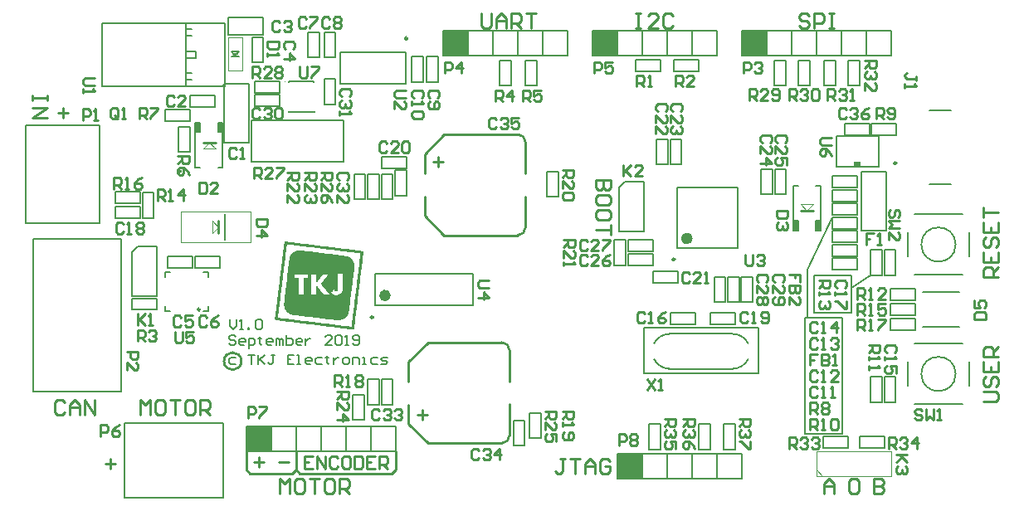
<source format=gto>
%FSLAX43Y43*%
%MOMM*%
G71*
G01*
G75*
%ADD10R,1.270X0.508*%
%ADD11R,0.762X0.762*%
%ADD12R,2.160X2.500*%
%ADD13R,0.762X0.762*%
%ADD14R,2.300X0.500*%
%ADD15R,2.500X2.000*%
%ADD16R,6.200X5.800*%
%ADD17R,3.000X1.600*%
G04:AMPARAMS|DCode=18|XSize=2.5mm|YSize=1.7mm|CornerRadius=0.212mm|HoleSize=0mm|Usage=FLASHONLY|Rotation=90.000|XOffset=0mm|YOffset=0mm|HoleType=Round|Shape=RoundedRectangle|*
%AMROUNDEDRECTD18*
21,1,2.500,1.275,0,0,90.0*
21,1,2.075,1.700,0,0,90.0*
1,1,0.425,0.637,1.038*
1,1,0.425,0.637,-1.038*
1,1,0.425,-0.637,-1.038*
1,1,0.425,-0.637,1.038*
%
%ADD18ROUNDEDRECTD18*%
%ADD19R,1.524X1.524*%
%ADD20R,2.032X3.175*%
%ADD21R,1.000X1.000*%
%ADD22R,1.016X1.270*%
%ADD23R,3.500X2.200*%
%ADD24R,1.200X2.200*%
%ADD25R,1.100X0.600*%
%ADD26O,0.650X1.650*%
%ADD27R,5.600X2.100*%
%ADD28O,1.450X0.300*%
%ADD29O,0.300X1.450*%
%ADD30R,1.200X0.750*%
%ADD31R,1.700X2.500*%
%ADD32O,0.800X0.350*%
%ADD33R,4.400X1.900*%
%ADD34R,1.000X0.750*%
%ADD35C,0.203*%
%ADD36C,0.254*%
%ADD37C,0.406*%
%ADD38C,0.762*%
%ADD39C,0.508*%
%ADD40R,1.702X1.270*%
%ADD41R,2.667X3.302*%
%ADD42R,4.318X4.953*%
%ADD43R,2.667X15.240*%
%ADD44R,4.953X5.588*%
%ADD45R,6.604X3.556*%
%ADD46R,2.540X2.540*%
%ADD47R,1.219X0.635*%
%ADD48R,12.192X5.588*%
%ADD49R,9.119X4.715*%
%ADD50R,10.160X2.286*%
%ADD51R,4.826X5.588*%
%ADD52R,1.270X9.652*%
%ADD53R,10.262X8.890*%
%ADD54R,9.906X8.890*%
%ADD55R,1.270X13.589*%
%ADD56R,11.430X3.683*%
%ADD57R,11.836X3.683*%
%ADD58R,11.811X3.683*%
%ADD59R,1.270X11.303*%
%ADD60R,2.540X5.842*%
%ADD61R,4.064X14.732*%
%ADD62R,12.040X3.708*%
%ADD63R,2.413X8.128*%
%ADD64R,4.064X12.294*%
%ADD65R,37.160X3.708*%
%ADD66R,4.064X3.683*%
%ADD67R,2.413X3.175*%
%ADD68R,2.921X13.589*%
%ADD69R,4.826X4.064*%
%ADD70R,2.921X21.234*%
%ADD71R,0.889X0.762*%
%ADD72R,3.048X3.556*%
%ADD73R,5.461X3.302*%
%ADD74R,9.271X8.001*%
%ADD75R,4.953X8.890*%
%ADD76R,1.803X17.018*%
%ADD77C,6.500*%
%ADD78R,1.778X1.778*%
%ADD79C,1.778*%
%ADD80R,2.200X2.200*%
%ADD81C,2.200*%
%ADD82C,2.700*%
%ADD83R,2.700X2.700*%
%ADD84R,2.200X2.200*%
%ADD85C,0.900*%
%ADD86R,1.524X1.524*%
%ADD87C,1.524*%
%ADD88C,1.500*%
%ADD89C,0.700*%
%ADD90C,1.000*%
%ADD91C,0.500*%
%ADD92R,4.191X5.588*%
%ADD93R,6.604X3.048*%
%ADD94R,13.208X3.048*%
%ADD95R,1.270X2.794*%
%ADD96R,4.572X6.858*%
%ADD97R,2.794X17.018*%
%ADD98R,22.860X2.921*%
%ADD99R,2.921X18.796*%
%ADD100R,17.856X6.096*%
%ADD101R,6.350X12.700*%
%ADD102R,15.494X5.842*%
%ADD103C,0.250*%
%ADD104C,0.100*%
%ADD105C,0.600*%
%ADD106C,0.127*%
%ADD107C,0.025*%
%ADD108C,0.203*%
%ADD109C,0.102*%
%ADD110C,0.200*%
%ADD111C,0.152*%
%ADD112C,0.229*%
%ADD113R,0.762X0.500*%
%ADD114R,2.530X2.540*%
%ADD115R,0.500X1.000*%
D35*
X60452Y4572D02*
X60452Y2032D01*
X60452D02*
X73152Y2032D01*
X62992Y2032D02*
Y4572D01*
X60452Y4572D02*
X73152Y4572D01*
X65532Y2032D02*
Y4572D01*
X68072Y2032D02*
Y4572D01*
X70612Y2032D02*
Y4572D01*
X73152Y2032D02*
Y4572D01*
X22606Y7366D02*
X22606Y4826D01*
X22606D02*
X37846Y4826D01*
X25146Y4826D02*
Y7366D01*
X27686Y4826D02*
Y7366D01*
X22606Y7366D02*
X37846Y7366D01*
X30226Y4826D02*
Y7366D01*
X32766Y4826D02*
Y7366D01*
Y4826D02*
Y7366D01*
X35306Y4826D02*
Y7366D01*
X37846Y4826D02*
Y7366D01*
X35306Y4826D02*
Y7366D01*
X37846Y4826D02*
Y7366D01*
Y4826D02*
Y7366D01*
X57912Y47752D02*
X57912Y45212D01*
X57912D02*
X70612Y45212D01*
X60452Y45212D02*
Y47752D01*
X57912Y47752D02*
X70612Y47752D01*
X62992Y45212D02*
Y47752D01*
X65532Y45212D02*
Y47752D01*
X68072Y45212D02*
Y47752D01*
X70612Y45212D02*
Y47752D01*
X42672Y47752D02*
X42672Y45212D01*
X42672D02*
X55372Y45212D01*
X45212Y45212D02*
Y47752D01*
X42672Y47752D02*
X55372Y47752D01*
X47752Y45212D02*
Y47752D01*
X50292Y45212D02*
Y47752D01*
X52832Y45212D02*
Y47752D01*
X55372Y45212D02*
Y47752D01*
X73152Y47752D02*
X73152Y45212D01*
X73152D02*
X88392Y45212D01*
X75692Y45212D02*
Y47752D01*
X78232Y45212D02*
Y47752D01*
X73152Y47752D02*
X88392Y47752D01*
X80772Y45212D02*
Y47752D01*
X83312Y45212D02*
Y47752D01*
Y45212D02*
Y47752D01*
X85852Y45212D02*
Y47752D01*
X88392Y45212D02*
Y47752D01*
X85852Y45212D02*
Y47752D01*
X88392Y45212D02*
Y47752D01*
Y45212D02*
Y47752D01*
X10926Y20642D02*
X10926Y25087D01*
X10926Y20642D02*
X13466D01*
X10926Y25087D02*
X11561Y25722D01*
X13466Y25722D02*
X13466Y20642D01*
X11561Y25722D02*
X13466Y25722D01*
X56Y28060D02*
Y38060D01*
X7656Y28060D02*
Y38060D01*
X834Y10890D02*
Y26490D01*
X9834Y10890D02*
Y26490D01*
X10200Y56D02*
X20200D01*
X10200Y7656D02*
X20200D01*
X60604Y27280D02*
X60604Y31725D01*
X60604Y27280D02*
X63144D01*
X60604Y31725D02*
X61239Y32360D01*
X63144Y32360D02*
X63144Y27280D01*
X61239Y32360D02*
X63144Y32360D01*
D36*
X22093Y14006D02*
G03*
X22093Y14006I-885J0D01*
G01*
X48648Y5620D02*
G03*
X49448Y6420I0J800D01*
G01*
Y15120D02*
G03*
X48648Y15920I-800J0D01*
G01*
X50292Y26854D02*
G03*
X51092Y27654I0J800D01*
G01*
Y36354D02*
G03*
X50292Y37154I-800J0D01*
G01*
X27686Y2921D02*
Y4826D01*
Y2921D02*
X28067Y2540D01*
X37846Y2921D02*
Y4826D01*
X37465Y2540D02*
X37846Y2921D01*
X28067Y2540D02*
X37465D01*
X27305D02*
X27686Y2921D01*
X22987Y2540D02*
X27305D01*
X22606Y2921D02*
X22987Y2540D01*
X22606Y2921D02*
Y4826D01*
X39148Y13920D02*
X41148Y15920D01*
X39148Y7620D02*
X41148Y5620D01*
X39148Y11950D02*
Y13920D01*
Y7620D02*
Y9590D01*
X49448Y6420D02*
Y9600D01*
Y11940D02*
Y15120D01*
X41148Y5620D02*
X48648D01*
X41148Y15920D02*
X48648D01*
X40792Y35154D02*
X42792Y37154D01*
X40792Y28854D02*
X42792Y26854D01*
X40792Y33184D02*
Y35154D01*
Y28854D02*
Y30824D01*
X51092Y27654D02*
Y30834D01*
Y33174D02*
Y36354D01*
X42792Y26854D02*
X50292D01*
X42792Y37154D02*
X50292D01*
X97790Y9906D02*
X99060D01*
X99314Y10160D01*
Y10668D01*
X99060Y10922D01*
X97790D01*
X98044Y12445D02*
X97790Y12191D01*
Y11683D01*
X98044Y11430D01*
X98298D01*
X98552Y11683D01*
Y12191D01*
X98806Y12445D01*
X99060D01*
X99314Y12191D01*
Y11683D01*
X99060Y11430D01*
X97790Y13969D02*
Y12953D01*
X99314D01*
Y13969D01*
X98552Y12953D02*
Y13461D01*
X99314Y14477D02*
X97790D01*
Y15238D01*
X98044Y15492D01*
X98552D01*
X98806Y15238D01*
Y14477D01*
Y14984D02*
X99314Y15492D01*
Y22606D02*
X97790D01*
Y23368D01*
X98044Y23622D01*
X98552D01*
X98806Y23368D01*
Y22606D01*
Y23114D02*
X99314Y23622D01*
X97790Y25145D02*
Y24130D01*
X99314D01*
Y25145D01*
X98552Y24130D02*
Y24637D01*
X98044Y26669D02*
X97790Y26415D01*
Y25907D01*
X98044Y25653D01*
X98298D01*
X98552Y25907D01*
Y26415D01*
X98806Y26669D01*
X99060D01*
X99314Y26415D01*
Y25907D01*
X99060Y25653D01*
X97790Y28192D02*
Y27177D01*
X99314D01*
Y28192D01*
X98552Y27177D02*
Y27684D01*
X97790Y28700D02*
Y29716D01*
Y29208D01*
X99314D01*
X2286Y41148D02*
Y40640D01*
Y40894D01*
X762D01*
Y41148D01*
Y40640D01*
Y39878D02*
X2286D01*
X762Y38863D01*
X2286D01*
X3937Y39878D02*
Y38862D01*
X4445Y39370D02*
X3429D01*
X4064Y9779D02*
X3810Y10033D01*
X3302D01*
X3048Y9779D01*
Y8763D01*
X3302Y8509D01*
X3810D01*
X4064Y8763D01*
X4572Y8509D02*
Y9525D01*
X5079Y10033D01*
X5587Y9525D01*
Y8509D01*
Y9271D01*
X4572D01*
X6095Y8509D02*
Y10033D01*
X7111Y8509D01*
Y10033D01*
X8763Y4064D02*
Y3048D01*
X9271Y3556D02*
X8255D01*
X26035Y508D02*
Y2032D01*
X26543Y1524D01*
X27051Y2032D01*
Y508D01*
X28320Y2032D02*
X27812D01*
X27559Y1778D01*
Y762D01*
X27812Y508D01*
X28320D01*
X28574Y762D01*
Y1778D01*
X28320Y2032D01*
X29082D02*
X30098D01*
X29590D01*
Y508D01*
X31367Y2032D02*
X30859D01*
X30606Y1778D01*
Y762D01*
X30859Y508D01*
X31367D01*
X31621Y762D01*
Y1778D01*
X31367Y2032D01*
X32129Y508D02*
Y2032D01*
X32891D01*
X33145Y1778D01*
Y1270D01*
X32891Y1016D01*
X32129D01*
X32637D02*
X33145Y508D01*
X55118Y4064D02*
X54610D01*
X54864D01*
Y2794D01*
X54610Y2540D01*
X54356D01*
X54102Y2794D01*
X55626Y4064D02*
X56641D01*
X56133D01*
Y2540D01*
X57149D02*
Y3556D01*
X57657Y4064D01*
X58165Y3556D01*
Y2540D01*
Y3302D01*
X57149D01*
X59688Y3810D02*
X59434Y4064D01*
X58926D01*
X58673Y3810D01*
Y2794D01*
X58926Y2540D01*
X59434D01*
X59688Y2794D01*
Y3302D01*
X59180D01*
X23393Y3708D02*
X24409D01*
X23901Y4216D02*
Y3200D01*
X25933Y3708D02*
X26949D01*
X29421Y4318D02*
X28575D01*
Y3048D01*
X29421D01*
X28575Y3683D02*
X28998D01*
X29845Y3048D02*
Y4318D01*
X30691Y3048D01*
Y4318D01*
X31961Y4106D02*
X31749Y4318D01*
X31326D01*
X31114Y4106D01*
Y3260D01*
X31326Y3048D01*
X31749D01*
X31961Y3260D01*
X33019Y4318D02*
X32595D01*
X32384Y4106D01*
Y3260D01*
X32595Y3048D01*
X33019D01*
X33230Y3260D01*
Y4106D01*
X33019Y4318D01*
X33653D02*
Y3048D01*
X34288D01*
X34500Y3260D01*
Y4106D01*
X34288Y4318D01*
X33653D01*
X35769D02*
X34923D01*
Y3048D01*
X35769D01*
X34923Y3683D02*
X35346D01*
X36193Y3048D02*
Y4318D01*
X36827D01*
X37039Y4106D01*
Y3683D01*
X36827Y3471D01*
X36193D01*
X36616D02*
X37039Y3048D01*
X59817Y32512D02*
X58293D01*
Y31750D01*
X58547Y31496D01*
X58801D01*
X59055Y31750D01*
Y32512D01*
Y31750D01*
X59309Y31496D01*
X59563D01*
X59817Y31750D01*
Y32512D01*
Y30227D02*
Y30735D01*
X59563Y30988D01*
X58547D01*
X58293Y30735D01*
Y30227D01*
X58547Y29973D01*
X59563D01*
X59817Y30227D01*
Y28703D02*
Y29211D01*
X59563Y29465D01*
X58547D01*
X58293Y29211D01*
Y28703D01*
X58547Y28449D01*
X59563D01*
X59817Y28703D01*
Y27941D02*
Y26926D01*
Y27434D01*
X58293D01*
X11811Y8509D02*
Y10033D01*
X12319Y9525D01*
X12827Y10033D01*
Y8509D01*
X14096Y10033D02*
X13588D01*
X13335Y9779D01*
Y8763D01*
X13588Y8509D01*
X14096D01*
X14350Y8763D01*
Y9779D01*
X14096Y10033D01*
X14858D02*
X15874D01*
X15366D01*
Y8509D01*
X17143Y10033D02*
X16635D01*
X16382Y9779D01*
Y8763D01*
X16635Y8509D01*
X17143D01*
X17397Y8763D01*
Y9779D01*
X17143Y10033D01*
X17905Y8509D02*
Y10033D01*
X18667D01*
X18921Y9779D01*
Y9271D01*
X18667Y9017D01*
X17905D01*
X18413D02*
X18921Y8509D01*
X62357Y49530D02*
X62865D01*
X62611D01*
Y48006D01*
X62357D01*
X62865D01*
X64642D02*
X63627D01*
X64642Y49022D01*
Y49276D01*
X64388Y49530D01*
X63881D01*
X63627Y49276D01*
X66166D02*
X65912Y49530D01*
X65404D01*
X65150Y49276D01*
Y48260D01*
X65404Y48006D01*
X65912D01*
X66166Y48260D01*
X46609Y49530D02*
Y48260D01*
X46863Y48006D01*
X47371D01*
X47625Y48260D01*
Y49530D01*
X48133Y48006D02*
Y49022D01*
X48640Y49530D01*
X49148Y49022D01*
Y48006D01*
Y48768D01*
X48133D01*
X49656Y48006D02*
Y49530D01*
X50418D01*
X50672Y49276D01*
Y48768D01*
X50418Y48514D01*
X49656D01*
X50164D02*
X50672Y48006D01*
X51180Y49530D02*
X52195D01*
X51687D01*
Y48006D01*
X80010Y49276D02*
X79756Y49530D01*
X79248D01*
X78994Y49276D01*
Y49022D01*
X79248Y48768D01*
X79756D01*
X80010Y48514D01*
Y48260D01*
X79756Y48006D01*
X79248D01*
X78994Y48260D01*
X80518Y48006D02*
Y49530D01*
X81279D01*
X81533Y49276D01*
Y48768D01*
X81279Y48514D01*
X80518D01*
X82041Y49530D02*
X82549D01*
X82295D01*
Y48006D01*
X82041D01*
X82549D01*
X81534Y508D02*
Y1524D01*
X82042Y2032D01*
X82550Y1524D01*
Y508D01*
Y1270D01*
X81534D01*
X86614Y2032D02*
Y508D01*
X87376D01*
X87630Y762D01*
Y1016D01*
X87376Y1270D01*
X86614D01*
X87376D01*
X87630Y1524D01*
Y1778D01*
X87376Y2032D01*
X86614D01*
X84074Y1778D02*
X84328Y2032D01*
X84836D01*
X85090Y1778D01*
Y762D01*
X84836Y508D01*
X84328D01*
X84074Y762D01*
Y1778D01*
X40030Y8534D02*
X41046D01*
X40538Y9042D02*
Y8026D01*
X41681Y34315D02*
X42697D01*
X42189Y34823D02*
Y33807D01*
D103*
X88938Y34214D02*
G03*
X88938Y34214I-125J0D01*
G01*
X39035Y46942D02*
G03*
X39035Y46942I-125J0D01*
G01*
X35547Y18486D02*
G03*
X35547Y18486I-125J0D01*
G01*
X66322Y24401D02*
G03*
X66322Y24401I-125J0D01*
G01*
X17889Y19274D02*
G03*
X17889Y19274I-125J0D01*
G01*
X15908Y33401D02*
G03*
X15908Y33401I-125J0D01*
G01*
X19768Y27051D02*
Y27686D01*
Y28321D01*
X18809Y36339D02*
X19444D01*
X18174D02*
X18809D01*
X79134Y29371D02*
X79769D01*
X80404D01*
D104*
X26544Y42546D02*
G03*
X26544Y42546I-50J0D01*
G01*
D105*
X37042Y20711D02*
G03*
X37042Y20711I-300J0D01*
G01*
X67847Y26526D02*
G03*
X67847Y26526I-300J0D01*
G01*
D106*
X65791Y16790D02*
G03*
X64216Y15837I0J-1778D01*
G01*
Y14187D02*
G03*
X65791Y13234I1575J825D01*
G01*
X72217D02*
G03*
X73792Y14187I0J1778D01*
G01*
Y15837D02*
G03*
X72217Y16790I-1575J-825D01*
G01*
X94968Y12700D02*
G03*
X94968Y12700I-1750J0D01*
G01*
Y25908D02*
G03*
X94968Y25908I-1750J0D01*
G01*
X82806Y33806D02*
Y36981D01*
Y33806D02*
X87124D01*
X82806Y36981D02*
X87124D01*
X86718Y33806D02*
X86768D01*
X86743D02*
X87124D01*
Y34060D01*
Y33806D02*
Y36981D01*
Y34136D02*
Y34161D01*
X66218Y43612D02*
Y44780D01*
Y43612D02*
X68783D01*
X66218Y44780D02*
X68783D01*
Y43612D02*
Y44780D01*
X62281Y43612D02*
Y44780D01*
Y43612D02*
X64846D01*
X62281Y44780D02*
X64846D01*
Y43612D02*
Y44780D01*
X10901Y19245D02*
Y20413D01*
Y19245D02*
X13466D01*
X10901Y20413D02*
X13466D01*
Y19245D02*
Y20413D01*
X9195Y28626D02*
Y29794D01*
Y28626D02*
X11760D01*
X9195Y29794D02*
X11760D01*
Y28626D02*
Y29794D01*
X9195Y30150D02*
Y31318D01*
Y30150D02*
X11760D01*
X9195Y31318D02*
X11760D01*
Y30150D02*
Y31318D01*
X11989Y28626D02*
Y31191D01*
Y28626D02*
X13157D01*
X11989Y31191D02*
X13157D01*
Y28626D02*
Y31191D01*
X14529Y23546D02*
Y24714D01*
Y23546D02*
X17094D01*
X14529Y24714D02*
X17094D01*
Y23546D02*
Y24714D01*
X17323Y23546D02*
Y24714D01*
Y23546D02*
X19888D01*
X17323Y24714D02*
X19888D01*
Y23546D02*
Y24714D01*
X49835Y7950D02*
X51003D01*
X49835Y5385D02*
Y7950D01*
X51003Y5385D02*
Y7950D01*
X49835Y5385D02*
X51003D01*
X51486Y8712D02*
X52654D01*
X51486Y6147D02*
Y8712D01*
X52654Y6147D02*
Y8712D01*
X51486Y6147D02*
X52654D01*
X33452Y8026D02*
Y10592D01*
Y8026D02*
X34620D01*
X33452Y10592D02*
X34620D01*
Y8026D02*
Y10592D01*
X34976Y9576D02*
Y12141D01*
Y9576D02*
X36144D01*
X34976Y12141D02*
X36144D01*
Y9576D02*
Y12141D01*
X36373Y9576D02*
Y12141D01*
Y9576D02*
X37541D01*
X36373Y12141D02*
X37541D01*
Y9576D02*
Y12141D01*
X48458Y42106D02*
Y44671D01*
Y42106D02*
X49626D01*
X48458Y44671D02*
X49626D01*
Y42106D02*
Y44671D01*
X51058Y42106D02*
Y44671D01*
Y42106D02*
X52226D01*
X51058Y44671D02*
X52226D01*
Y42106D02*
Y44671D01*
X84038Y42152D02*
Y44717D01*
Y42152D02*
X85206D01*
X84038Y44717D02*
X85206D01*
Y42152D02*
Y44717D01*
X81538Y42152D02*
Y44717D01*
Y42152D02*
X82706D01*
X81538Y44717D02*
X82706D01*
Y42152D02*
Y44717D01*
X76438Y42152D02*
Y44717D01*
Y42152D02*
X77606D01*
X76438Y44717D02*
X77606D01*
Y42152D02*
Y44717D01*
X78938Y42152D02*
Y44717D01*
Y42152D02*
X80106D01*
X78938Y44717D02*
X80106D01*
Y42152D02*
Y44717D01*
X7874Y42037D02*
Y48514D01*
Y42037D02*
X20447D01*
X16444Y42103D02*
Y48503D01*
Y42703D02*
X17019D01*
X16444Y47203D02*
X17019D01*
X16444Y47903D02*
X17019D01*
X7874Y48514D02*
X20447D01*
X16444Y42703D02*
X17019D01*
X16444Y43403D02*
X17019D01*
X20193Y42037D02*
X20447Y42291D01*
Y42037D02*
Y48514D01*
X16444Y43403D02*
X17019D01*
X16444Y44953D02*
X17444D01*
Y45653D01*
X16444D02*
X17444D01*
X14275Y38532D02*
Y39700D01*
Y38532D02*
X16840D01*
X14275Y39700D02*
X16840D01*
Y38532D02*
Y39700D01*
X15672Y35357D02*
Y37922D01*
Y35357D02*
X16840D01*
X15672Y37922D02*
X16840D01*
Y35357D02*
Y37922D01*
X17396Y33768D02*
Y38368D01*
X20196Y33768D02*
Y38368D01*
X17396Y33768D02*
X17896D01*
X17396Y38368D02*
X17896D01*
X19696Y33768D02*
X20196D01*
X19696Y38368D02*
X20196D01*
X17896Y37368D02*
Y38368D01*
X19696Y37368D02*
Y38368D01*
X17396Y37368D02*
X17885D01*
X19696D02*
X20196D01*
X20320Y36322D02*
Y42291D01*
Y36322D02*
X22860D01*
X20320Y42291D02*
X22860D01*
Y36322D02*
Y42291D01*
X23113Y34349D02*
Y38583D01*
Y34349D02*
X32546D01*
X23113Y38583D02*
X32546D01*
Y34349D02*
Y36449D01*
Y38583D01*
X16815Y39929D02*
Y41097D01*
Y39929D02*
X19380D01*
X16815Y41097D02*
X19380D01*
Y39929D02*
Y41097D01*
X23165Y44501D02*
Y47066D01*
Y44501D02*
X24333D01*
X23165Y47066D02*
X24333D01*
Y44501D02*
Y47066D01*
X20777Y47295D02*
Y49073D01*
Y47295D02*
X24333D01*
X20777Y49073D02*
X24333Y49073D01*
X24333Y47295D02*
X24333Y49073D01*
X23419Y41402D02*
Y42570D01*
Y41402D02*
X25984D01*
X23419Y42570D02*
X25984D01*
Y41402D02*
Y42570D01*
X30531Y40234D02*
Y42799D01*
Y40234D02*
X31699D01*
X30531Y42799D02*
X31699D01*
Y40234D02*
Y42799D01*
X28880Y45009D02*
Y47574D01*
Y45009D02*
X30048D01*
X28880Y47574D02*
X30048D01*
Y45009D02*
Y47574D01*
X30531Y45009D02*
Y47574D01*
Y45009D02*
X31699D01*
X30531Y47574D02*
X31699D01*
Y45009D02*
Y47574D01*
X23419Y40005D02*
Y41173D01*
Y40005D02*
X25984D01*
X23419Y41173D02*
X25984D01*
Y40005D02*
Y41173D01*
X39472Y42520D02*
Y45085D01*
Y42520D02*
X40640D01*
X39472Y45085D02*
X40640D01*
Y42520D02*
Y45085D01*
X40996Y42520D02*
Y45085D01*
Y42520D02*
X42164D01*
X40996Y45085D02*
X42164D01*
Y42520D02*
Y45085D01*
X36373Y33706D02*
Y34874D01*
Y33706D02*
X38938D01*
X36373Y34874D02*
X38938D01*
Y33706D02*
Y34874D01*
X34976Y30531D02*
Y33096D01*
Y30531D02*
X36144D01*
X34976Y33096D02*
X36144D01*
Y30531D02*
Y33096D01*
X33579Y30531D02*
Y33096D01*
Y30531D02*
X34747D01*
X33579Y33096D02*
X34747D01*
Y30531D02*
Y33096D01*
X36373Y30531D02*
Y33096D01*
Y30531D02*
X37541D01*
X36373Y33096D02*
X37541D01*
Y30531D02*
Y33096D01*
X37770Y30912D02*
Y33477D01*
Y30912D02*
X38938D01*
X37770Y33477D02*
X38938D01*
Y30912D02*
Y33477D01*
X53264Y30785D02*
Y33350D01*
Y30785D02*
X54432D01*
X53264Y33350D02*
X54432D01*
Y30785D02*
Y33350D01*
X60122Y23800D02*
Y26365D01*
Y23800D02*
X61290D01*
X60122Y26365D02*
X61290D01*
Y23800D02*
Y26365D01*
X61519Y23800D02*
Y24968D01*
Y23800D02*
X64084D01*
X61519Y24968D02*
X64084D01*
Y23800D02*
Y24968D01*
X64059Y22022D02*
Y23190D01*
Y22022D02*
X66624D01*
X64059Y23190D02*
X66624D01*
Y22022D02*
Y23190D01*
X63200Y17425D02*
X63200Y12726D01*
X74884D01*
X63200Y17425D02*
X74884D01*
X65740Y13225D02*
X72226D01*
X74884Y12726D02*
X74884Y17425D01*
X65740Y16790D02*
X72217D01*
X63678Y5004D02*
Y7569D01*
Y5004D02*
X64846D01*
X63678Y7569D02*
X64846D01*
Y5004D02*
Y7569D01*
X68758Y5004D02*
Y7569D01*
Y5004D02*
X69926D01*
X68758Y7569D02*
X69926D01*
Y5004D02*
Y7569D01*
X71298Y5004D02*
Y7569D01*
Y5004D02*
X72466D01*
X71298Y7569D02*
X72466D01*
Y5004D02*
Y7569D01*
X61519Y25197D02*
Y26365D01*
Y25197D02*
X64084D01*
X61519Y26365D02*
X64084D01*
Y25197D02*
Y26365D01*
X65837Y17755D02*
Y18923D01*
Y17755D02*
X68402D01*
X65837Y18923D02*
X68402D01*
Y17755D02*
Y18923D01*
X69901Y17755D02*
Y18923D01*
Y17755D02*
X72466D01*
X69901Y18923D02*
X72466D01*
Y17755D02*
Y18923D01*
X73101Y20041D02*
Y22606D01*
Y20041D02*
X74270D01*
X73101Y22606D02*
X74270D01*
Y20041D02*
Y22606D01*
X71704Y20041D02*
Y22606D01*
Y20041D02*
X72873D01*
X71704Y22606D02*
X72873D01*
Y20041D02*
Y22606D01*
X70333Y20041D02*
Y22606D01*
Y20041D02*
X71501D01*
X70333Y22606D02*
X71501D01*
Y20041D02*
Y22606D01*
X75108Y31039D02*
Y33604D01*
Y31039D02*
X76276D01*
X75108Y33604D02*
X76276D01*
Y31039D02*
Y33604D01*
X76505Y31039D02*
Y33604D01*
Y31039D02*
X77673D01*
X76505Y33604D02*
X77673D01*
Y31039D02*
Y33604D01*
X81181Y27342D02*
Y31942D01*
X78381Y27342D02*
Y31942D01*
X80681D02*
X81181D01*
X80681Y27342D02*
X81181D01*
X78381Y31942D02*
X78881D01*
X78381Y27342D02*
X78881D01*
X80681D02*
Y28342D01*
X78881Y27342D02*
Y28342D01*
X80692D02*
X81181D01*
X78381D02*
X78881D01*
X83654Y37107D02*
Y38275D01*
Y37107D02*
X86219D01*
X83654Y38275D02*
X86219D01*
Y37107D02*
Y38275D01*
X86339Y37095D02*
Y38263D01*
Y37095D02*
X88904D01*
X86339Y38263D02*
X88904D01*
Y37095D02*
Y38263D01*
X85348Y27341D02*
Y33310D01*
Y27341D02*
X87888D01*
X85348Y33310D02*
X87888D01*
Y27341D02*
Y33310D01*
X81458Y5131D02*
Y6299D01*
Y5131D02*
X84023D01*
X81458Y6299D02*
X84023D01*
Y5131D02*
Y6299D01*
X85141Y5131D02*
Y6299D01*
Y5131D02*
X87706D01*
X85141Y6299D02*
X87706D01*
Y5131D02*
Y6299D01*
X86284Y9830D02*
Y12395D01*
Y9830D02*
X87452D01*
X86284Y12395D02*
X87452D01*
Y9830D02*
Y12395D01*
X87681Y9830D02*
Y12395D01*
Y9830D02*
X88849D01*
X87681Y12395D02*
X88849D01*
Y9830D02*
Y12395D01*
X90118Y11460D02*
Y13940D01*
X90738Y9600D02*
X95698D01*
X90738Y15800D02*
X95698D01*
X96318Y11460D02*
Y13940D01*
X90118Y24668D02*
Y27148D01*
X90738Y22808D02*
X95698D01*
X90738Y29008D02*
X95698D01*
X96318Y24668D02*
Y27148D01*
X88316Y17196D02*
Y18364D01*
Y17196D02*
X90881D01*
X88316Y18364D02*
X90881D01*
Y17196D02*
Y18364D01*
X88316Y18720D02*
Y19888D01*
Y18720D02*
X90881D01*
X88316Y19888D02*
X90881D01*
Y18720D02*
Y19888D01*
X88316Y20244D02*
Y21412D01*
Y20244D02*
X90881D01*
X88316Y21412D02*
X90881D01*
Y20244D02*
Y21412D01*
X86284Y22784D02*
Y25349D01*
Y22784D02*
X87452D01*
X86284Y25349D02*
X87452D01*
Y22784D02*
Y25349D01*
X87681Y22784D02*
Y25349D01*
Y22784D02*
X88849D01*
X87681Y25349D02*
X88849D01*
Y22784D02*
Y25349D01*
X82402Y23328D02*
Y24496D01*
Y23328D02*
X84967D01*
X82402Y24496D02*
X84967D01*
Y23328D02*
Y24496D01*
X82402Y24725D02*
Y25893D01*
Y24725D02*
X84967D01*
X82402Y25893D02*
X84967D01*
Y24725D02*
Y25893D01*
X82402Y26122D02*
Y27290D01*
Y26122D02*
X84967D01*
X82402Y27290D02*
X84967D01*
Y26122D02*
Y27290D01*
X82402Y27519D02*
Y28687D01*
Y27519D02*
X84967D01*
X82402Y28687D02*
X84967D01*
Y27519D02*
Y28687D01*
X82402Y28916D02*
Y30084D01*
Y28916D02*
X84967D01*
X82402Y30084D02*
X84967D01*
Y28916D02*
Y30084D01*
X82402Y30313D02*
Y31481D01*
Y30313D02*
X84967D01*
X82402Y31481D02*
X84967D01*
Y30313D02*
Y31481D01*
X82398Y31725D02*
Y32893D01*
Y31725D02*
X84963D01*
X82398Y32893D02*
X84963D01*
Y31725D02*
Y32893D01*
X64440Y34087D02*
Y36652D01*
Y34087D02*
X65608D01*
X64440Y36652D02*
X65608D01*
Y34087D02*
Y36652D01*
X65837Y34087D02*
Y36652D01*
Y34087D02*
X67005D01*
X65837Y36652D02*
X67005D01*
Y34087D02*
Y36652D01*
D107*
X33249Y17323D02*
X33452D01*
X33045Y17348D02*
X33477D01*
X32842Y17374D02*
X33503D01*
X32639Y17399D02*
X33503D01*
X32410Y17424D02*
X33528D01*
X32207Y17450D02*
X33528D01*
X32004Y17475D02*
X33528D01*
X31801Y17501D02*
X33528D01*
X33325Y17526D02*
X33528D01*
X31598D02*
X33223D01*
X33325Y17551D02*
X33528D01*
X31394D02*
X33020D01*
X33325Y17577D02*
X33528D01*
X31191D02*
X32817D01*
X33350Y17602D02*
X33528D01*
X30963D02*
X32614D01*
X33350Y17628D02*
X33553D01*
X30759D02*
X32410D01*
X33350Y17653D02*
X33553D01*
X30556D02*
X32207D01*
X33350Y17678D02*
X33553D01*
X30353D02*
X31979D01*
X33350Y17704D02*
X33553D01*
X30150D02*
X31775D01*
X33350Y17729D02*
X33553D01*
X29947D02*
X31572D01*
X33350Y17755D02*
X33553D01*
X29743D02*
X31369D01*
X33350Y17780D02*
X33553D01*
X29515D02*
X31166D01*
X33376Y17805D02*
X33553D01*
X29312D02*
X30963D01*
X33376Y17831D02*
X33579D01*
X29108D02*
X30734D01*
X33376Y17856D02*
X33579D01*
X28905D02*
X30531D01*
X33376Y17882D02*
X33579D01*
X28702D02*
X30328D01*
X33376Y17907D02*
X33579D01*
X28499D02*
X30124D01*
X33376Y17932D02*
X33579D01*
X28270D02*
X29921D01*
X33376Y17958D02*
X33579D01*
X28067D02*
X29718D01*
X33376Y17983D02*
X33579D01*
X27864D02*
X29515D01*
X33401Y18009D02*
X33579D01*
X27661D02*
X29286D01*
X33401Y18034D02*
X33604D01*
X27457D02*
X29083D01*
X33401Y18059D02*
X33604D01*
X27254D02*
X28880D01*
X33401Y18085D02*
X33604D01*
X27051D02*
X28677D01*
X33401Y18110D02*
X33604D01*
X26822D02*
X28473D01*
X33401Y18136D02*
X33604D01*
X26619D02*
X28270D01*
X33401Y18161D02*
X33604D01*
X26416D02*
X28042D01*
X33401Y18186D02*
X33604D01*
X26213D02*
X27838D01*
X33426Y18212D02*
X33604D01*
X26010D02*
X27635D01*
X33426Y18237D02*
X33630D01*
X25806D02*
X27432D01*
X33426Y18263D02*
X33630D01*
X31699D02*
X32156D01*
X25629D02*
X27229D01*
X33426Y18288D02*
X33630D01*
X31521D02*
X32207D01*
X25552D02*
X27026D01*
X33426Y18313D02*
X33630D01*
X31369D02*
X32283D01*
X25527D02*
X26822D01*
X33426Y18339D02*
X33630D01*
X31090D02*
X32360D01*
X25527D02*
X26594D01*
X33426Y18364D02*
X33630D01*
X30886D02*
X32410D01*
X25527D02*
X26391D01*
X33426Y18390D02*
X33630D01*
X30683D02*
X32461D01*
X25527D02*
X26187D01*
X33452Y18415D02*
X33630D01*
X30429D02*
X32512D01*
X25527D02*
X25984D01*
X33452Y18440D02*
X33630D01*
X30251D02*
X32537D01*
X25527D02*
X25781D01*
X33452Y18466D02*
X33655D01*
X30048D02*
X32588D01*
X25527D02*
X25730D01*
X33452Y18491D02*
X33655D01*
X29820D02*
X32614D01*
X25527D02*
X25730D01*
X33452Y18517D02*
X33655D01*
X29642D02*
X32639D01*
X25527D02*
X25730D01*
X33452Y18542D02*
X33655D01*
X29413D02*
X32664D01*
X25552D02*
X25730D01*
X33452Y18567D02*
X33655D01*
X29210D02*
X32690D01*
X25552D02*
X25756D01*
X33452Y18593D02*
X33655D01*
X28981D02*
X32715D01*
X25552D02*
X25756D01*
X33477Y18618D02*
X33655D01*
X28778D02*
X32741D01*
X25552D02*
X25756D01*
X33477Y18644D02*
X33655D01*
X28524D02*
X32766D01*
X25552D02*
X25756D01*
X33477Y18669D02*
X33680D01*
X28346D02*
X32766D01*
X25552D02*
X25756D01*
X33477Y18694D02*
X33680D01*
X28092D02*
X32791D01*
X25552D02*
X25756D01*
X33477Y18720D02*
X33680D01*
X27915D02*
X32817D01*
X25552D02*
X25756D01*
X33477Y18745D02*
X33680D01*
X27737D02*
X32842D01*
X25578D02*
X25756D01*
X33477Y18771D02*
X33680D01*
X27483D02*
X32842D01*
X25578D02*
X25781D01*
X33477Y18796D02*
X33680D01*
X27305D02*
X32868D01*
X25578D02*
X25781D01*
X33477Y18821D02*
X33680D01*
X27203D02*
X32868D01*
X25578D02*
X25781D01*
X33503Y18847D02*
X33680D01*
X27102D02*
X32868D01*
X25578D02*
X25781D01*
X33503Y18872D02*
X33706D01*
X27051D02*
X32893D01*
X25578D02*
X25781D01*
X33503Y18898D02*
X33706D01*
X27026D02*
X32918D01*
X25578D02*
X25781D01*
X33503Y18923D02*
X33706D01*
X26975D02*
X32918D01*
X25578D02*
X25781D01*
X33503Y18948D02*
X33706D01*
X26924D02*
X32918D01*
X25603D02*
X25781D01*
X33503Y18974D02*
X33706D01*
X26899D02*
X32944D01*
X25603D02*
X25806D01*
X33503Y18999D02*
X33706D01*
X26848D02*
X32944D01*
X25603D02*
X25806D01*
X33503Y19025D02*
X33706D01*
X26822D02*
X32944D01*
X25603D02*
X25806D01*
X33528Y19050D02*
X33706D01*
X26797D02*
X32944D01*
X25603D02*
X25806D01*
X33528Y19075D02*
X33731D01*
X26772D02*
X32969D01*
X25603D02*
X25806D01*
X33528Y19101D02*
X33731D01*
X26746D02*
X32969D01*
X25603D02*
X25806D01*
X33528Y19126D02*
X33731D01*
X26721D02*
X32969D01*
X25603D02*
X25806D01*
X33528Y19152D02*
X33731D01*
X26695D02*
X32969D01*
X25629D02*
X25806D01*
X33528Y19177D02*
X33731D01*
X26670D02*
X32995D01*
X25629D02*
X25806D01*
X33528Y19202D02*
X33731D01*
X26645D02*
X32995D01*
X25629D02*
X25832D01*
X33528Y19228D02*
X33731D01*
X26645D02*
X32995D01*
X25629D02*
X25832D01*
X33553Y19253D02*
X33731D01*
X26619D02*
X32995D01*
X25629D02*
X25832D01*
X33553Y19279D02*
X33757D01*
X26594D02*
X32995D01*
X25629D02*
X25832D01*
X33553Y19304D02*
X33757D01*
X26594D02*
X32995D01*
X25629D02*
X25832D01*
X33553Y19329D02*
X33757D01*
X26568D02*
X32995D01*
X25629D02*
X25832D01*
X33553Y19355D02*
X33757D01*
X26568D02*
X32995D01*
X25654D02*
X25832D01*
X33553Y19380D02*
X33757D01*
X26543D02*
X32995D01*
X25654D02*
X25832D01*
X33553Y19406D02*
X33757D01*
X26543D02*
X32995D01*
X25654D02*
X25857D01*
X33553Y19431D02*
X33757D01*
X26518D02*
X33020D01*
X25654D02*
X25857D01*
X33579Y19456D02*
X33757D01*
X26518D02*
X33020D01*
X25654D02*
X25857D01*
X33579Y19482D02*
X33782D01*
X26518D02*
X33020D01*
X25654D02*
X25857D01*
X33579Y19507D02*
X33782D01*
X26492D02*
X33020D01*
X25654D02*
X25857D01*
X33579Y19533D02*
X33782D01*
X26492D02*
X33020D01*
X25654D02*
X25857D01*
X33579Y19558D02*
X33782D01*
X26492D02*
X33020D01*
X25679D02*
X25857D01*
X33579Y19583D02*
X33782D01*
X26467D02*
X33020D01*
X25679D02*
X25857D01*
X33579Y19609D02*
X33782D01*
X26467D02*
X33045D01*
X25679D02*
X25883D01*
X33579Y19634D02*
X33782D01*
X26467D02*
X33045D01*
X25679D02*
X25883D01*
X33604Y19660D02*
X33782D01*
X26467D02*
X33045D01*
X25679D02*
X25883D01*
X33604Y19685D02*
X33782D01*
X26441D02*
X33045D01*
X25679D02*
X25883D01*
X33604Y19710D02*
X33807D01*
X26441D02*
X33045D01*
X25679D02*
X25883D01*
X33604Y19736D02*
X33807D01*
X26441D02*
X33045D01*
X25679D02*
X25883D01*
X33604Y19761D02*
X33807D01*
X26441D02*
X33045D01*
X25679D02*
X25883D01*
X33604Y19787D02*
X33807D01*
X26441D02*
X33045D01*
X25705D02*
X25883D01*
X33604Y19812D02*
X33807D01*
X26441D02*
X33071D01*
X25705D02*
X25908D01*
X33604Y19837D02*
X33807D01*
X26441D02*
X33071D01*
X25705D02*
X25908D01*
X33630Y19863D02*
X33807D01*
X26441D02*
X33071D01*
X25705D02*
X25908D01*
X33630Y19888D02*
X33807D01*
X26441D02*
X33071D01*
X25705D02*
X25908D01*
X33630Y19914D02*
X33833D01*
X26441D02*
X33071D01*
X25705D02*
X25908D01*
X33630Y19939D02*
X33833D01*
X26441D02*
X33071D01*
X25705D02*
X25908D01*
X33630Y19964D02*
X33833D01*
X26441D02*
X33071D01*
X25705D02*
X25908D01*
X33630Y19990D02*
X33833D01*
X26467D02*
X33071D01*
X25730D02*
X25908D01*
X33630Y20015D02*
X33833D01*
X26467D02*
X33071D01*
X25730D02*
X25933D01*
X33630Y20041D02*
X33833D01*
X26467D02*
X33071D01*
X25730D02*
X25933D01*
X33655Y20066D02*
X33833D01*
X26467D02*
X33096D01*
X25730D02*
X25933D01*
X33655Y20091D02*
X33833D01*
X26467D02*
X33096D01*
X25730D02*
X25933D01*
X33655Y20117D02*
X33858D01*
X26467D02*
X33096D01*
X25730D02*
X25933D01*
X33655Y20142D02*
X33858D01*
X26467D02*
X33096D01*
X25730D02*
X25933D01*
X33655Y20168D02*
X33858D01*
X26492D02*
X33096D01*
X25730D02*
X25933D01*
X33655Y20193D02*
X33858D01*
X26492D02*
X33096D01*
X25756D02*
X25933D01*
X33655Y20218D02*
X33858D01*
X26492D02*
X33122D01*
X25756D02*
X25959D01*
X33655Y20244D02*
X33858D01*
X26492D02*
X33122D01*
X25756D02*
X25959D01*
X33655Y20269D02*
X33858D01*
X26492D02*
X33122D01*
X25756D02*
X25959D01*
X33680Y20295D02*
X33858D01*
X26492D02*
X33122D01*
X25756D02*
X25959D01*
X33680Y20320D02*
X33884D01*
X26492D02*
X33122D01*
X25756D02*
X25959D01*
X33680Y20345D02*
X33884D01*
X26518D02*
X33122D01*
X25756D02*
X25959D01*
X33680Y20371D02*
X33884D01*
X26518D02*
X33147D01*
X25756D02*
X25959D01*
X33680Y20396D02*
X33884D01*
X26518D02*
X33147D01*
X25781D02*
X25959D01*
X33680Y20422D02*
X33884D01*
X26518D02*
X33147D01*
X25781D02*
X25984D01*
X33680Y20447D02*
X33884D01*
X26518D02*
X33147D01*
X25781D02*
X25984D01*
X33680Y20472D02*
X33884D01*
X26518D02*
X33147D01*
X25781D02*
X25984D01*
X33706Y20498D02*
X33884D01*
X26518D02*
X33147D01*
X25781D02*
X25984D01*
X33706Y20523D02*
X33909D01*
X26518D02*
X33147D01*
X25781D02*
X25984D01*
X33706Y20549D02*
X33909D01*
X26518D02*
X33147D01*
X25781D02*
X25984D01*
X33706Y20574D02*
X33909D01*
X26518D02*
X33147D01*
X25781D02*
X25984D01*
X33706Y20599D02*
X33909D01*
X26543D02*
X33147D01*
X25806D02*
X25984D01*
X33706Y20625D02*
X33909D01*
X26543D02*
X33172D01*
X25806D02*
X25984D01*
X33706Y20650D02*
X33909D01*
X26543D02*
X33172D01*
X25806D02*
X26010D01*
X33706Y20676D02*
X33909D01*
X26543D02*
X33172D01*
X25806D02*
X26010D01*
X33731Y20701D02*
X33909D01*
X26543D02*
X33172D01*
X25806D02*
X26010D01*
X33731Y20726D02*
X33934D01*
X26543D02*
X33172D01*
X25806D02*
X26010D01*
X33731Y20752D02*
X33934D01*
X31826D02*
X33172D01*
X26543D02*
X31623D01*
X25806D02*
X26010D01*
X33731Y20777D02*
X33934D01*
X31953D02*
X33198D01*
X26543D02*
X31521D01*
X25806D02*
X26010D01*
X33731Y20803D02*
X33934D01*
X32029D02*
X33198D01*
X31115D02*
X31471D01*
X29693D02*
X30404D01*
X28423D02*
X29134D01*
X26543D02*
X27889D01*
X25832D02*
X26010D01*
X33731Y20828D02*
X33934D01*
X32080D02*
X33198D01*
X31115D02*
X31420D01*
X29693D02*
X30378D01*
X28448D02*
X29134D01*
X26568D02*
X27864D01*
X25832D02*
X26010D01*
X33731Y20853D02*
X33934D01*
X32131D02*
X33198D01*
X31090D02*
X31369D01*
X29693D02*
X30378D01*
X28448D02*
X29134D01*
X26568D02*
X27864D01*
X25832D02*
X26035D01*
X33731Y20879D02*
X33934D01*
X32156D02*
X33198D01*
X31090D02*
X31344D01*
X29693D02*
X30353D01*
X28448D02*
X29134D01*
X26568D02*
X27864D01*
X25832D02*
X26035D01*
X33757Y20904D02*
X33934D01*
X32207D02*
X33198D01*
X31064D02*
X31318D01*
X29693D02*
X30328D01*
X28448D02*
X29134D01*
X26568D02*
X27864D01*
X25832D02*
X26035D01*
X33757Y20930D02*
X33960D01*
X32233D02*
X33198D01*
X31039D02*
X31267D01*
X29693D02*
X30302D01*
X28448D02*
X29134D01*
X26568D02*
X27864D01*
X25832D02*
X26035D01*
X33757Y20955D02*
X33960D01*
X32258D02*
X33198D01*
X31013D02*
X31242D01*
X29693D02*
X30302D01*
X28448D02*
X29134D01*
X26568D02*
X27864D01*
X25832D02*
X26035D01*
X33757Y20980D02*
X33960D01*
X32283D02*
X33198D01*
X30988D02*
X31242D01*
X29693D02*
X30277D01*
X28448D02*
X29134D01*
X26568D02*
X27864D01*
X25832D02*
X26035D01*
X33757Y21006D02*
X33960D01*
X32309D02*
X33223D01*
X30963D02*
X31217D01*
X29693D02*
X30251D01*
X28448D02*
X29134D01*
X26568D02*
X27864D01*
X25832D02*
X26035D01*
X33757Y21031D02*
X33960D01*
X32309D02*
X33223D01*
X30963D02*
X31191D01*
X29693D02*
X30226D01*
X28448D02*
X29134D01*
X26594D02*
X27864D01*
X25857D02*
X26035D01*
X33757Y21057D02*
X33960D01*
X32334D02*
X33223D01*
X30937D02*
X31166D01*
X29693D02*
X30201D01*
X28448D02*
X29134D01*
X26594D02*
X27864D01*
X25857D02*
X26060D01*
X33757Y21082D02*
X33960D01*
X32360D02*
X33223D01*
X30912D02*
X31191D01*
X29693D02*
X30201D01*
X28448D02*
X29134D01*
X26594D02*
X27864D01*
X25857D02*
X26060D01*
X33782Y21107D02*
X33960D01*
X32360D02*
X33223D01*
X30886D02*
X31217D01*
X29693D02*
X30175D01*
X28448D02*
X29134D01*
X26594D02*
X27864D01*
X25857D02*
X26060D01*
X33782Y21133D02*
X33960D01*
X32385D02*
X33223D01*
X30861D02*
X31242D01*
X29693D02*
X30150D01*
X28448D02*
X29134D01*
X26594D02*
X27864D01*
X25857D02*
X26060D01*
X33782Y21158D02*
X33985D01*
X32385D02*
X33223D01*
X30861D02*
X31267D01*
X29693D02*
X30124D01*
X28448D02*
X29134D01*
X26594D02*
X27864D01*
X25857D02*
X26060D01*
X33782Y21184D02*
X33985D01*
X32410D02*
X33223D01*
X30836D02*
X31293D01*
X29693D02*
X30124D01*
X28448D02*
X29134D01*
X26594D02*
X27864D01*
X25857D02*
X26060D01*
X33782Y21209D02*
X33985D01*
X32410D02*
X33249D01*
X30810D02*
X31318D01*
X29693D02*
X30099D01*
X28448D02*
X29134D01*
X26594D02*
X27864D01*
X25857D02*
X26060D01*
X33782Y21234D02*
X33985D01*
X32410D02*
X33249D01*
X30785D02*
X31344D01*
X29693D02*
X30074D01*
X28448D02*
X29134D01*
X26594D02*
X27864D01*
X25883D02*
X26060D01*
X33782Y21260D02*
X33985D01*
X32410D02*
X33249D01*
X31623D02*
X31801D01*
X30759D02*
X31369D01*
X29693D02*
X30048D01*
X28448D02*
X29134D01*
X26594D02*
X27864D01*
X25883D02*
X26086D01*
X33782Y21285D02*
X33985D01*
X32436D02*
X33249D01*
X31598D02*
X31826D01*
X30759D02*
X31394D01*
X29693D02*
X30048D01*
X28448D02*
X29134D01*
X26594D02*
X27864D01*
X25883D02*
X26086D01*
X33807Y21311D02*
X33985D01*
X32436D02*
X33249D01*
X31572D02*
X31852D01*
X30734D02*
X31420D01*
X29693D02*
X30023D01*
X28448D02*
X29134D01*
X26619D02*
X27864D01*
X25883D02*
X26086D01*
X33807Y21336D02*
X33985D01*
X32436D02*
X33249D01*
X31572D02*
X31852D01*
X30709D02*
X31445D01*
X29693D02*
X29997D01*
X28448D02*
X29134D01*
X26619D02*
X27864D01*
X25883D02*
X26086D01*
X33807Y21361D02*
X34011D01*
X32436D02*
X33249D01*
X31572D02*
X31852D01*
X30683D02*
X31471D01*
X29693D02*
X29972D01*
X28448D02*
X29134D01*
X26619D02*
X27864D01*
X25883D02*
X26086D01*
X33807Y21387D02*
X34011D01*
X32436D02*
X33274D01*
X31547D02*
X31852D01*
X30658D02*
X31496D01*
X29693D02*
X29947D01*
X28448D02*
X29134D01*
X26619D02*
X27864D01*
X25883D02*
X26086D01*
X33807Y21412D02*
X34011D01*
X32436D02*
X33274D01*
X31547D02*
X31877D01*
X30632D02*
X31521D01*
X29693D02*
X29947D01*
X28448D02*
X29134D01*
X26619D02*
X27864D01*
X25883D02*
X26086D01*
X33807Y21438D02*
X34011D01*
X32436D02*
X33274D01*
X30632D02*
X31877D01*
X29693D02*
X29921D01*
X28448D02*
X29134D01*
X26619D02*
X27864D01*
X25908D02*
X26086D01*
X33807Y21463D02*
X34011D01*
X32436D02*
X33274D01*
X30607D02*
X31877D01*
X29693D02*
X29896D01*
X28448D02*
X29134D01*
X26619D02*
X27864D01*
X25908D02*
X26111D01*
X33807Y21488D02*
X34011D01*
X32436D02*
X33274D01*
X30582D02*
X31877D01*
X29693D02*
X29870D01*
X28448D02*
X29134D01*
X26645D02*
X27864D01*
X25908D02*
X26111D01*
X33807Y21514D02*
X34011D01*
X32436D02*
X33274D01*
X30556D02*
X31877D01*
X29693D02*
X29870D01*
X28448D02*
X29134D01*
X26645D02*
X27864D01*
X25908D02*
X26111D01*
X33833Y21539D02*
X34011D01*
X32436D02*
X33274D01*
X30531D02*
X31877D01*
X29693D02*
X29845D01*
X28448D02*
X29134D01*
X26645D02*
X27864D01*
X25908D02*
X26111D01*
X33833Y21565D02*
X34036D01*
X32436D02*
X33274D01*
X30531D02*
X31877D01*
X29693D02*
X29820D01*
X28448D02*
X29134D01*
X26645D02*
X27864D01*
X25908D02*
X26111D01*
X33833Y21590D02*
X34036D01*
X32436D02*
X33299D01*
X30505D02*
X31877D01*
X29693D02*
X29794D01*
X28448D02*
X29134D01*
X26645D02*
X27864D01*
X25908D02*
X26111D01*
X33833Y21615D02*
X34036D01*
X32436D02*
X33299D01*
X30480D02*
X31877D01*
X29693D02*
X29794D01*
X28448D02*
X29134D01*
X26645D02*
X27864D01*
X25908D02*
X26111D01*
X33833Y21641D02*
X34036D01*
X32436D02*
X33299D01*
X30455D02*
X31877D01*
X29693D02*
X29769D01*
X28448D02*
X29134D01*
X26645D02*
X27864D01*
X25933D02*
X26111D01*
X33833Y21666D02*
X34036D01*
X32436D02*
X33299D01*
X30429D02*
X31877D01*
X29693D02*
X29743D01*
X28448D02*
X29134D01*
X26645D02*
X27864D01*
X25933D02*
X26137D01*
X33833Y21692D02*
X34036D01*
X32436D02*
X33299D01*
X30429D02*
X31877D01*
X29693D02*
X29718D01*
X28448D02*
X29134D01*
X26670D02*
X27864D01*
X25933D02*
X26137D01*
X33833Y21717D02*
X34036D01*
X32436D02*
X33299D01*
X30404D02*
X31877D01*
X28448D02*
X29134D01*
X26670D02*
X27864D01*
X25933D02*
X26137D01*
X33858Y21742D02*
X34036D01*
X32436D02*
X33299D01*
X30378D02*
X31877D01*
X28448D02*
X29134D01*
X26670D02*
X27864D01*
X25933D02*
X26137D01*
X33858Y21768D02*
X34061D01*
X32436D02*
X33299D01*
X30353D02*
X31877D01*
X28448D02*
X29134D01*
X26670D02*
X27864D01*
X25933D02*
X26137D01*
X33858Y21793D02*
X34061D01*
X32436D02*
X33299D01*
X30328D02*
X31877D01*
X28448D02*
X29134D01*
X26670D02*
X27864D01*
X25933D02*
X26137D01*
X33858Y21819D02*
X34061D01*
X32436D02*
X33325D01*
X30302D02*
X31877D01*
X28448D02*
X29134D01*
X26670D02*
X27864D01*
X25933D02*
X26137D01*
X33858Y21844D02*
X34061D01*
X32436D02*
X33325D01*
X30302D02*
X31877D01*
X28448D02*
X29134D01*
X26670D02*
X27864D01*
X25959D02*
X26137D01*
X33858Y21869D02*
X34061D01*
X32436D02*
X33325D01*
X30277D02*
X31877D01*
X28448D02*
X29134D01*
X26670D02*
X27864D01*
X25959D02*
X26162D01*
X33858Y21895D02*
X34061D01*
X32436D02*
X33325D01*
X30251D02*
X31877D01*
X28448D02*
X29134D01*
X26670D02*
X27864D01*
X25959D02*
X26162D01*
X33858Y21920D02*
X34061D01*
X32436D02*
X33325D01*
X30226D02*
X31877D01*
X28448D02*
X29134D01*
X26670D02*
X27864D01*
X25959D02*
X26162D01*
X33884Y21946D02*
X34061D01*
X32436D02*
X33325D01*
X30226D02*
X31877D01*
X28448D02*
X29134D01*
X26695D02*
X27864D01*
X25959D02*
X26162D01*
X33884Y21971D02*
X34087D01*
X32436D02*
X33350D01*
X30251D02*
X31877D01*
X28448D02*
X29134D01*
X26695D02*
X27864D01*
X25959D02*
X26162D01*
X33884Y21996D02*
X34087D01*
X32436D02*
X33350D01*
X30251D02*
X31877D01*
X28448D02*
X29134D01*
X26695D02*
X27864D01*
X25959D02*
X26162D01*
X33884Y22022D02*
X34087D01*
X32436D02*
X33350D01*
X30277D02*
X31877D01*
X28448D02*
X29134D01*
X26695D02*
X27864D01*
X25959D02*
X26162D01*
X33884Y22047D02*
X34087D01*
X32436D02*
X33350D01*
X30302D02*
X31877D01*
X28448D02*
X29134D01*
X26695D02*
X27864D01*
X25984D02*
X26162D01*
X33884Y22073D02*
X34087D01*
X32436D02*
X33350D01*
X30328D02*
X31877D01*
X28448D02*
X29134D01*
X26695D02*
X27864D01*
X25984D02*
X26162D01*
X33884Y22098D02*
X34087D01*
X32436D02*
X33350D01*
X30353D02*
X31877D01*
X28448D02*
X29134D01*
X26721D02*
X27864D01*
X25984D02*
X26187D01*
X33884Y22123D02*
X34087D01*
X32436D02*
X33350D01*
X30378D02*
X31877D01*
X29693D02*
X29718D01*
X28448D02*
X29134D01*
X26721D02*
X27864D01*
X25984D02*
X26187D01*
X33909Y22149D02*
X34087D01*
X32436D02*
X33350D01*
X30378D02*
X31877D01*
X29693D02*
X29743D01*
X28448D02*
X29134D01*
X26721D02*
X27864D01*
X25984D02*
X26187D01*
X33909Y22174D02*
X34112D01*
X32436D02*
X33350D01*
X30404D02*
X31877D01*
X29693D02*
X29769D01*
X28448D02*
X29134D01*
X26721D02*
X27864D01*
X25984D02*
X26187D01*
X33909Y22200D02*
X34112D01*
X32436D02*
X33376D01*
X30429D02*
X31877D01*
X29693D02*
X29794D01*
X28448D02*
X29134D01*
X26721D02*
X27864D01*
X25984D02*
X26187D01*
X33909Y22225D02*
X34112D01*
X32436D02*
X33376D01*
X30455D02*
X31877D01*
X29693D02*
X29794D01*
X28448D02*
X29134D01*
X26721D02*
X27864D01*
X25984D02*
X26187D01*
X33909Y22250D02*
X34112D01*
X32436D02*
X33376D01*
X30480D02*
X31877D01*
X29693D02*
X29820D01*
X28448D02*
X29134D01*
X26721D02*
X27864D01*
X26010D02*
X26187D01*
X33909Y22276D02*
X34112D01*
X32436D02*
X33376D01*
X30505D02*
X31877D01*
X29693D02*
X29845D01*
X28448D02*
X29134D01*
X26721D02*
X27864D01*
X26010D02*
X26187D01*
X33909Y22301D02*
X34112D01*
X32436D02*
X33376D01*
X30505D02*
X31877D01*
X29693D02*
X29870D01*
X28448D02*
X29134D01*
X26721D02*
X27864D01*
X26010D02*
X26213D01*
X33909Y22327D02*
X34112D01*
X32436D02*
X33376D01*
X30531D02*
X31877D01*
X29693D02*
X29870D01*
X28448D02*
X29134D01*
X26746D02*
X27864D01*
X26010D02*
X26213D01*
X33934Y22352D02*
X34112D01*
X32436D02*
X33376D01*
X30556D02*
X31877D01*
X29693D02*
X29896D01*
X28448D02*
X29134D01*
X26746D02*
X27864D01*
X26010D02*
X26213D01*
X33934Y22377D02*
X34112D01*
X32436D02*
X33376D01*
X30582D02*
X31877D01*
X29693D02*
X29921D01*
X28448D02*
X29134D01*
X26746D02*
X27864D01*
X26010D02*
X26213D01*
X33934Y22403D02*
X34138D01*
X32436D02*
X33401D01*
X30607D02*
X31877D01*
X29693D02*
X29947D01*
X28448D02*
X29134D01*
X26746D02*
X27864D01*
X26010D02*
X26213D01*
X33934Y22428D02*
X34138D01*
X32436D02*
X33401D01*
X30632D02*
X31877D01*
X29693D02*
X29972D01*
X28448D02*
X29134D01*
X26746D02*
X27864D01*
X26010D02*
X26213D01*
X33934Y22454D02*
X34138D01*
X32436D02*
X33401D01*
X30632D02*
X31877D01*
X29693D02*
X29972D01*
X28448D02*
X29134D01*
X26746D02*
X27864D01*
X26010D02*
X26213D01*
X33934Y22479D02*
X34138D01*
X32436D02*
X33401D01*
X30658D02*
X31877D01*
X29693D02*
X29997D01*
X28448D02*
X29134D01*
X26746D02*
X27864D01*
X26035D02*
X26213D01*
X33934Y22504D02*
X34138D01*
X32436D02*
X33401D01*
X30683D02*
X31877D01*
X29693D02*
X30023D01*
X28905D02*
X29134D01*
X26746D02*
X27407D01*
X26035D02*
X26238D01*
X33934Y22530D02*
X34138D01*
X32436D02*
X33401D01*
X30709D02*
X31877D01*
X29693D02*
X30048D01*
X28905D02*
X29134D01*
X26746D02*
X27407D01*
X26035D02*
X26238D01*
X33960Y22555D02*
X34138D01*
X32436D02*
X33426D01*
X30734D02*
X31877D01*
X29693D02*
X30048D01*
X28905D02*
X29134D01*
X26772D02*
X27407D01*
X26035D02*
X26238D01*
X33960Y22581D02*
X34138D01*
X32436D02*
X33426D01*
X30734D02*
X31877D01*
X29693D02*
X30074D01*
X28905D02*
X29134D01*
X26772D02*
X27407D01*
X26035D02*
X26238D01*
X33960Y22606D02*
X34163D01*
X32436D02*
X33426D01*
X30759D02*
X31877D01*
X29693D02*
X30099D01*
X28905D02*
X29134D01*
X26772D02*
X27407D01*
X26035D02*
X26238D01*
X33960Y22631D02*
X34163D01*
X32436D02*
X33426D01*
X30785D02*
X31877D01*
X29693D02*
X30124D01*
X28905D02*
X29134D01*
X26772D02*
X27407D01*
X26035D02*
X26238D01*
X33960Y22657D02*
X34163D01*
X32436D02*
X33426D01*
X30810D02*
X31877D01*
X29693D02*
X30124D01*
X28905D02*
X29134D01*
X26772D02*
X27407D01*
X26035D02*
X26238D01*
X33960Y22682D02*
X34163D01*
X32436D02*
X33426D01*
X30836D02*
X31877D01*
X29693D02*
X30150D01*
X28905D02*
X29134D01*
X26772D02*
X27407D01*
X26060D02*
X26238D01*
X33960Y22708D02*
X34163D01*
X32436D02*
X33426D01*
X30861D02*
X31877D01*
X29693D02*
X30175D01*
X28905D02*
X29134D01*
X26772D02*
X27407D01*
X26060D02*
X26264D01*
X33960Y22733D02*
X34163D01*
X32436D02*
X33426D01*
X30861D02*
X31877D01*
X29693D02*
X30201D01*
X28905D02*
X29134D01*
X26772D02*
X27407D01*
X26060D02*
X26264D01*
X33960Y22758D02*
X34163D01*
X32436D02*
X33426D01*
X30886D02*
X31877D01*
X29693D02*
X30201D01*
X28905D02*
X29134D01*
X26772D02*
X27407D01*
X26060D02*
X26264D01*
X33985Y22784D02*
X34163D01*
X32436D02*
X33426D01*
X30912D02*
X31877D01*
X29693D02*
X30226D01*
X28905D02*
X29134D01*
X26797D02*
X27407D01*
X26060D02*
X26264D01*
X33985Y22809D02*
X34188D01*
X32436D02*
X33452D01*
X30937D02*
X31877D01*
X29693D02*
X30251D01*
X28905D02*
X29134D01*
X26797D02*
X27407D01*
X26060D02*
X26264D01*
X33985Y22835D02*
X34188D01*
X32436D02*
X33452D01*
X30963D02*
X31877D01*
X29693D02*
X30277D01*
X28905D02*
X29134D01*
X26797D02*
X27407D01*
X26060D02*
X26264D01*
X33985Y22860D02*
X34188D01*
X32436D02*
X33452D01*
X30988D02*
X31877D01*
X29693D02*
X30277D01*
X28905D02*
X29134D01*
X26797D02*
X27407D01*
X26060D02*
X26264D01*
X33985Y22885D02*
X34188D01*
X32436D02*
X33452D01*
X30988D02*
X31877D01*
X29693D02*
X30302D01*
X28905D02*
X29134D01*
X26797D02*
X27407D01*
X26086D02*
X26264D01*
X33985Y22911D02*
X34188D01*
X32436D02*
X33452D01*
X31013D02*
X31877D01*
X29693D02*
X30328D01*
X28905D02*
X29134D01*
X26797D02*
X27407D01*
X26086D02*
X26289D01*
X33985Y22936D02*
X34188D01*
X32436D02*
X33452D01*
X31039D02*
X31877D01*
X29693D02*
X30353D01*
X28905D02*
X29134D01*
X26797D02*
X27407D01*
X26086D02*
X26289D01*
X33985Y22962D02*
X34188D01*
X32436D02*
X33452D01*
X26797D02*
X31877D01*
X26086D02*
X26289D01*
X34011Y22987D02*
X34188D01*
X26797D02*
X33477D01*
X26086D02*
X26289D01*
X34011Y23012D02*
X34214D01*
X26822D02*
X33477D01*
X26086D02*
X26289D01*
X34011Y23038D02*
X34214D01*
X26822D02*
X33477D01*
X26086D02*
X26289D01*
X34011Y23063D02*
X34214D01*
X26822D02*
X33477D01*
X26086D02*
X26289D01*
X34011Y23089D02*
X34214D01*
X26822D02*
X33477D01*
X26111D02*
X26289D01*
X34011Y23114D02*
X34214D01*
X26822D02*
X33477D01*
X26111D02*
X26314D01*
X34011Y23139D02*
X34214D01*
X26822D02*
X33477D01*
X26111D02*
X26314D01*
X34011Y23165D02*
X34214D01*
X26822D02*
X33477D01*
X26111D02*
X26314D01*
X34036Y23190D02*
X34214D01*
X26822D02*
X33503D01*
X26111D02*
X26314D01*
X34036Y23216D02*
X34239D01*
X26822D02*
X33503D01*
X26111D02*
X26314D01*
X34036Y23241D02*
X34239D01*
X26822D02*
X33503D01*
X26111D02*
X26314D01*
X34036Y23266D02*
X34239D01*
X26848D02*
X33503D01*
X26111D02*
X26314D01*
X34036Y23292D02*
X34239D01*
X26848D02*
X33503D01*
X26137D02*
X26314D01*
X34036Y23317D02*
X34239D01*
X26848D02*
X33503D01*
X26137D02*
X26314D01*
X34036Y23343D02*
X34239D01*
X26848D02*
X33503D01*
X26137D02*
X26340D01*
X34036Y23368D02*
X34239D01*
X26848D02*
X33503D01*
X26137D02*
X26340D01*
X34061Y23393D02*
X34239D01*
X26848D02*
X33503D01*
X26137D02*
X26340D01*
X34061Y23419D02*
X34265D01*
X26873D02*
X33528D01*
X26137D02*
X26340D01*
X34061Y23444D02*
X34265D01*
X26873D02*
X33528D01*
X26137D02*
X26340D01*
X34061Y23470D02*
X34265D01*
X26873D02*
X33528D01*
X26137D02*
X26340D01*
X34061Y23495D02*
X34265D01*
X26873D02*
X33528D01*
X26162D02*
X26340D01*
X34061Y23520D02*
X34265D01*
X26873D02*
X33528D01*
X26162D02*
X26340D01*
X34061Y23546D02*
X34265D01*
X26873D02*
X33528D01*
X26162D02*
X26365D01*
X34061Y23571D02*
X34265D01*
X26873D02*
X33553D01*
X26162D02*
X26365D01*
X34087Y23597D02*
X34265D01*
X26873D02*
X33553D01*
X26162D02*
X26365D01*
X34087Y23622D02*
X34290D01*
X26873D02*
X33553D01*
X26162D02*
X26365D01*
X34087Y23647D02*
X34290D01*
X26873D02*
X33553D01*
X26162D02*
X26365D01*
X34087Y23673D02*
X34290D01*
X26899D02*
X33553D01*
X26162D02*
X26365D01*
X34087Y23698D02*
X34290D01*
X26899D02*
X33553D01*
X26187D02*
X26365D01*
X34087Y23724D02*
X34290D01*
X26899D02*
X33553D01*
X26187D02*
X26365D01*
X34087Y23749D02*
X34290D01*
X26899D02*
X33528D01*
X26187D02*
X26391D01*
X34087Y23774D02*
X34290D01*
X26899D02*
X33528D01*
X26187D02*
X26391D01*
X34112Y23800D02*
X34290D01*
X26899D02*
X33528D01*
X26187D02*
X26391D01*
X34112Y23825D02*
X34290D01*
X26899D02*
X33528D01*
X26187D02*
X26391D01*
X34112Y23851D02*
X34315D01*
X26899D02*
X33528D01*
X26187D02*
X26391D01*
X34112Y23876D02*
X34315D01*
X26924D02*
X33528D01*
X26187D02*
X26391D01*
X34112Y23901D02*
X34315D01*
X26924D02*
X33528D01*
X26187D02*
X26391D01*
X34112Y23927D02*
X34315D01*
X26924D02*
X33528D01*
X26213D02*
X26391D01*
X34112Y23952D02*
X34315D01*
X26924D02*
X33528D01*
X26213D02*
X26416D01*
X34112Y23978D02*
X34315D01*
X26924D02*
X33503D01*
X26213D02*
X26416D01*
X34138Y24003D02*
X34315D01*
X26924D02*
X33503D01*
X26213D02*
X26416D01*
X34138Y24028D02*
X34315D01*
X26949D02*
X33503D01*
X26213D02*
X26416D01*
X34138Y24054D02*
X34341D01*
X26949D02*
X33503D01*
X26213D02*
X26416D01*
X34138Y24079D02*
X34341D01*
X26949D02*
X33477D01*
X26213D02*
X26416D01*
X34138Y24105D02*
X34341D01*
X26949D02*
X33477D01*
X26213D02*
X26416D01*
X34138Y24130D02*
X34341D01*
X26949D02*
X33452D01*
X26238D02*
X26416D01*
X34138Y24155D02*
X34341D01*
X26949D02*
X33452D01*
X26238D02*
X26441D01*
X34138Y24181D02*
X34341D01*
X26949D02*
X33426D01*
X26238D02*
X26441D01*
X34138Y24206D02*
X34341D01*
X26949D02*
X33426D01*
X26238D02*
X26441D01*
X34163Y24232D02*
X34341D01*
X26949D02*
X33401D01*
X26238D02*
X26441D01*
X34163Y24257D02*
X34366D01*
X26949D02*
X33401D01*
X26238D02*
X26441D01*
X34163Y24282D02*
X34366D01*
X26949D02*
X33376D01*
X26238D02*
X26441D01*
X34163Y24308D02*
X34366D01*
X26975D02*
X33350D01*
X26238D02*
X26441D01*
X34163Y24333D02*
X34366D01*
X26975D02*
X33350D01*
X26264D02*
X26441D01*
X34163Y24359D02*
X34366D01*
X26975D02*
X33325D01*
X26264D02*
X26467D01*
X34163Y24384D02*
X34366D01*
X26975D02*
X33299D01*
X26264D02*
X26467D01*
X34163Y24409D02*
X34366D01*
X26975D02*
X33274D01*
X26264D02*
X26467D01*
X34188Y24435D02*
X34366D01*
X26975D02*
X33249D01*
X26264D02*
X26467D01*
X34188Y24460D02*
X34392D01*
X26975D02*
X33223D01*
X26264D02*
X26467D01*
X34188Y24486D02*
X34392D01*
X27000D02*
X33198D01*
X26264D02*
X26467D01*
X34188Y24511D02*
X34392D01*
X27000D02*
X33172D01*
X26264D02*
X26467D01*
X34188Y24536D02*
X34392D01*
X27000D02*
X33147D01*
X26289D02*
X26467D01*
X34188Y24562D02*
X34392D01*
X27000D02*
X33122D01*
X26289D02*
X26492D01*
X34188Y24587D02*
X34392D01*
X27026D02*
X33071D01*
X26289D02*
X26492D01*
X34188Y24613D02*
X34392D01*
X27026D02*
X33020D01*
X26289D02*
X26492D01*
X34214Y24638D02*
X34392D01*
X27026D02*
X32995D01*
X26289D02*
X26492D01*
X34214Y24663D02*
X34417D01*
X27026D02*
X32918D01*
X26289D02*
X26492D01*
X34214Y24689D02*
X34417D01*
X27051D02*
X32868D01*
X26289D02*
X26492D01*
X34214Y24714D02*
X34417D01*
X27051D02*
X32817D01*
X26289D02*
X26492D01*
X34214Y24740D02*
X34417D01*
X27076D02*
X32664D01*
X26314D02*
X26492D01*
X34214Y24765D02*
X34417D01*
X27102D02*
X32537D01*
X26314D02*
X26492D01*
X34214Y24790D02*
X34417D01*
X27102D02*
X32334D01*
X26314D02*
X26518D01*
X34214Y24816D02*
X34417D01*
X27102D02*
X32106D01*
X26314D02*
X26518D01*
X34239Y24841D02*
X34417D01*
X27127D02*
X31902D01*
X26314D02*
X26518D01*
X34239Y24867D02*
X34442D01*
X27153D02*
X31699D01*
X26314D02*
X26518D01*
X34239Y24892D02*
X34442D01*
X27178D02*
X31471D01*
X26314D02*
X26518D01*
X34239Y24917D02*
X34442D01*
X27178D02*
X31318D01*
X26314D02*
X26518D01*
X34239Y24943D02*
X34442D01*
X27203D02*
X31115D01*
X26340D02*
X26518D01*
X34239Y24968D02*
X34442D01*
X27229D02*
X30886D01*
X26340D02*
X26518D01*
X34239Y24994D02*
X34442D01*
X27254D02*
X30734D01*
X26340D02*
X26543D01*
X34239Y25019D02*
X34442D01*
X27280D02*
X30480D01*
X26340D02*
X26543D01*
X34265Y25044D02*
X34442D01*
X27305D02*
X30277D01*
X26340D02*
X26543D01*
X34265Y25070D02*
X34442D01*
X27330D02*
X30099D01*
X26340D02*
X26543D01*
X34061Y25095D02*
X34468D01*
X27356D02*
X29896D01*
X26340D02*
X26543D01*
X33858Y25121D02*
X34468D01*
X27407D02*
X29667D01*
X26340D02*
X26543D01*
X33655Y25146D02*
X34468D01*
X27432D02*
X29515D01*
X26340D02*
X26543D01*
X33452Y25171D02*
X34468D01*
X27483D02*
X29286D01*
X26365D02*
X26543D01*
X33223Y25197D02*
X34442D01*
X27508D02*
X29108D01*
X26365D02*
X26568D01*
X33020Y25222D02*
X34442D01*
X27559D02*
X28931D01*
X26365D02*
X26568D01*
X32817Y25248D02*
X34392D01*
X27635D02*
X28677D01*
X26365D02*
X26568D01*
X32614Y25273D02*
X34239D01*
X27711D02*
X28473D01*
X26365D02*
X26568D01*
X32410Y25298D02*
X34036D01*
X27788D02*
X28270D01*
X26365D02*
X26568D01*
X32207Y25324D02*
X33833D01*
X26365D02*
X26568D01*
X32004Y25349D02*
X33630D01*
X26365D02*
X26568D01*
X31775Y25375D02*
X33426D01*
X26391D02*
X26568D01*
X31572Y25400D02*
X33223D01*
X26391D02*
X26594D01*
X31369Y25425D02*
X33020D01*
X26391D02*
X26594D01*
X31166Y25451D02*
X32791D01*
X26391D02*
X26594D01*
X30963Y25476D02*
X32588D01*
X26391D02*
X26594D01*
X30759Y25502D02*
X32385D01*
X26391D02*
X26594D01*
X30531Y25527D02*
X32182D01*
X26391D02*
X26594D01*
X30328Y25552D02*
X31979D01*
X26391D02*
X26594D01*
X30124Y25578D02*
X31775D01*
X26416D02*
X26594D01*
X29921Y25603D02*
X31547D01*
X26416D02*
X26619D01*
X29718Y25629D02*
X31344D01*
X26416D02*
X26619D01*
X29515Y25654D02*
X31140D01*
X26416D02*
X26619D01*
X29312Y25679D02*
X30937D01*
X26416D02*
X26619D01*
X29083Y25705D02*
X30734D01*
X26416D02*
X26619D01*
X28880Y25730D02*
X30531D01*
X26416D02*
X26619D01*
X28677Y25756D02*
X30302D01*
X26416D02*
X26619D01*
X28473Y25781D02*
X30099D01*
X26441D02*
X26619D01*
X28270Y25806D02*
X29896D01*
X26441D02*
X26645D01*
X28067Y25832D02*
X29693D01*
X26441D02*
X26645D01*
X27838Y25857D02*
X29489D01*
X26441D02*
X26645D01*
X27635Y25883D02*
X29286D01*
X26441D02*
X26645D01*
X27432Y25908D02*
X29083D01*
X26441D02*
X26645D01*
X27229Y25933D02*
X28854D01*
X26441D02*
X26645D01*
X27026Y25959D02*
X28651D01*
X26441D02*
X26645D01*
X26822Y25984D02*
X28448D01*
X26467D02*
X26645D01*
X26467Y26010D02*
X28245D01*
X26467Y26035D02*
X28042D01*
X26467Y26060D02*
X27838D01*
X26467Y26086D02*
X27610D01*
X26467Y26111D02*
X27407D01*
X26492Y26137D02*
X27203D01*
X26492Y26162D02*
X27000D01*
X26518Y26187D02*
X26797D01*
D108*
X56Y38060D02*
X7656D01*
X56Y28060D02*
X7656D01*
X834Y10890D02*
X9834D01*
X834Y26490D02*
X9834D01*
X10200Y56D02*
Y7656D01*
X20200Y56D02*
Y7656D01*
D109*
X15922Y26136D02*
Y29261D01*
Y26136D02*
X23072D01*
X19133Y27686D02*
Y28321D01*
X15922Y29261D02*
X23072D01*
Y26136D02*
Y29261D01*
X19133Y27051D02*
Y27686D01*
Y28321D02*
X19768Y27686D01*
X19133Y27051D02*
X19768Y27686D01*
X18809Y35704D02*
X19444D01*
X18809Y36339D02*
X19444Y35704D01*
X18174D02*
X18809D01*
X18174D02*
X18809Y36339D01*
X20777Y43663D02*
Y47066D01*
Y43663D02*
X22149D01*
X20777Y47066D02*
X22149D01*
Y43663D02*
Y47066D01*
X79134Y30006D02*
X79769D01*
X79134D02*
X79769Y29371D01*
Y30006D02*
X80404D01*
X79769Y29371D02*
X80404Y30006D01*
X80772Y2286D02*
X81407D01*
X80772D02*
Y2921D01*
X81407Y2286D02*
X88392D01*
X80772Y2921D02*
X81407Y2286D01*
X80772Y2921D02*
Y4826D01*
X88392D01*
Y2286D02*
Y4826D01*
D110*
X20372Y26361D02*
Y29036D01*
X92288Y32064D02*
X94488D01*
X92288Y39564D02*
X94488D01*
X21057Y45136D02*
X21857Y45136D01*
X21463Y45204D02*
X21863Y45604D01*
X21063Y45604D02*
X21463Y45204D01*
X21263Y45404D02*
X21663D01*
X21063Y45604D02*
X21863Y45604D01*
X32210Y42342D02*
Y45542D01*
Y42342D02*
X38910D01*
X32210Y45542D02*
X38910D01*
Y42342D02*
Y45542D01*
X26894Y39471D02*
Y39521D01*
Y42521D02*
Y42571D01*
Y39471D02*
X29519D01*
Y39521D01*
X26894Y42571D02*
X29494D01*
Y42521D02*
Y42571D01*
X35742Y19711D02*
Y22911D01*
X45742D01*
X35742Y19711D02*
X45742D01*
Y22911D01*
X66547Y25526D02*
Y31726D01*
Y25526D02*
X72747D01*
X66547Y31726D02*
X72747D01*
Y25526D02*
Y31726D01*
X91622Y17504D02*
X95322D01*
X91622Y21104D02*
X95322D01*
X18214Y19124D02*
X18714D01*
Y19624D01*
X18214Y23124D02*
X18714D01*
Y22624D02*
Y23124D01*
X14314Y22624D02*
Y23124D01*
X14814D01*
X14314Y19124D02*
X14814D01*
X14314Y19124D02*
Y19624D01*
X20908Y18245D02*
Y17579D01*
X21241Y17245D01*
X21574Y17579D01*
Y18245D01*
X21907Y17245D02*
X22240D01*
X22074D01*
Y18245D01*
X21907Y18078D01*
X22740Y17245D02*
Y17412D01*
X22907D01*
Y17245D01*
X22740D01*
X23573Y18078D02*
X23740Y18245D01*
X24073D01*
X24240Y18078D01*
Y17412D01*
X24073Y17245D01*
X23740D01*
X23573Y17412D01*
Y18078D01*
X21494Y16454D02*
X21328Y16621D01*
X20995D01*
X20828Y16454D01*
Y16287D01*
X20995Y16121D01*
X21328D01*
X21494Y15954D01*
Y15788D01*
X21328Y15621D01*
X20995D01*
X20828Y15788D01*
X22328Y15621D02*
X21994D01*
X21828Y15788D01*
Y16121D01*
X21994Y16287D01*
X22328D01*
X22494Y16121D01*
Y15954D01*
X21828D01*
X22827Y15288D02*
Y16287D01*
X23327D01*
X23494Y16121D01*
Y15788D01*
X23327Y15621D01*
X22827D01*
X23994Y16454D02*
Y16287D01*
X23827D01*
X24160D01*
X23994D01*
Y15788D01*
X24160Y15621D01*
X25160D02*
X24827D01*
X24660Y15788D01*
Y16121D01*
X24827Y16287D01*
X25160D01*
X25327Y16121D01*
Y15954D01*
X24660D01*
X25660Y15621D02*
Y16287D01*
X25826D01*
X25993Y16121D01*
Y15621D01*
Y16121D01*
X26160Y16287D01*
X26326Y16121D01*
Y15621D01*
X26659Y16621D02*
Y15621D01*
X27159D01*
X27326Y15788D01*
Y15954D01*
Y16121D01*
X27159Y16287D01*
X26659D01*
X28159Y15621D02*
X27826D01*
X27659Y15788D01*
Y16121D01*
X27826Y16287D01*
X28159D01*
X28326Y16121D01*
Y15954D01*
X27659D01*
X28659Y16287D02*
Y15621D01*
Y15954D01*
X28825Y16121D01*
X28992Y16287D01*
X29159D01*
X31325Y15621D02*
X30658D01*
X31325Y16287D01*
Y16454D01*
X31158Y16621D01*
X30825D01*
X30658Y16454D01*
X31658D02*
X31824Y16621D01*
X32158D01*
X32324Y16454D01*
Y15788D01*
X32158Y15621D01*
X31824D01*
X31658Y15788D01*
Y16454D01*
X32658Y15621D02*
X32991D01*
X32824D01*
Y16621D01*
X32658Y16454D01*
X33491Y15788D02*
X33657Y15621D01*
X33990D01*
X34157Y15788D01*
Y16454D01*
X33990Y16621D01*
X33657D01*
X33491Y16454D01*
Y16287D01*
X33657Y16121D01*
X34157D01*
X21474Y14337D02*
X20974D01*
X20808Y14170D01*
Y13837D01*
X20974Y13670D01*
X21474D01*
X22807Y14670D02*
X23473D01*
X23140D01*
Y13670D01*
X23807Y14670D02*
Y13670D01*
Y14004D01*
X24473Y14670D01*
X23973Y14170D01*
X24473Y13670D01*
X25473Y14670D02*
X25140D01*
X25306D01*
Y13837D01*
X25140Y13670D01*
X24973D01*
X24806Y13837D01*
X27472Y14670D02*
X26806D01*
Y13670D01*
X27472D01*
X26806Y14170D02*
X27139D01*
X27805Y13670D02*
X28139D01*
X27972D01*
Y14670D01*
X27805D01*
X29138Y13670D02*
X28805D01*
X28638Y13837D01*
Y14170D01*
X28805Y14337D01*
X29138D01*
X29305Y14170D01*
Y14004D01*
X28638D01*
X30305Y14337D02*
X29805D01*
X29638Y14170D01*
Y13837D01*
X29805Y13670D01*
X30305D01*
X30804Y14503D02*
Y14337D01*
X30638D01*
X30971D01*
X30804D01*
Y13837D01*
X30971Y13670D01*
X31471Y14337D02*
Y13670D01*
Y14004D01*
X31637Y14170D01*
X31804Y14337D01*
X31971D01*
X32637Y13670D02*
X32970D01*
X33137Y13837D01*
Y14170D01*
X32970Y14337D01*
X32637D01*
X32471Y14170D01*
Y13837D01*
X32637Y13670D01*
X33470D02*
Y14337D01*
X33970D01*
X34137Y14170D01*
Y13670D01*
X34470D02*
X34803D01*
X34636D01*
Y14337D01*
X34470D01*
X35969D02*
X35470D01*
X35303Y14170D01*
Y13837D01*
X35470Y13670D01*
X35969D01*
X36303D02*
X36802D01*
X36969Y13837D01*
X36802Y14004D01*
X36469D01*
X36303Y14170D01*
X36469Y14337D01*
X36969D01*
D111*
X80518Y22733D02*
X84328D01*
Y18923D02*
Y22733D01*
X80518Y18923D02*
X84328D01*
X80518D02*
Y22733D01*
X84328Y21463D02*
X86284Y22784D01*
X79629Y6604D02*
Y18415D01*
Y6604D02*
X83439D01*
Y18415D01*
X79629D02*
X83439D01*
X79883D02*
Y23373D01*
X82402Y28687D01*
D112*
X9525Y38925D02*
Y39687D01*
X9334Y39878D01*
X8953D01*
X8763Y39687D01*
Y38925D01*
X8953Y38735D01*
X9334D01*
X9144Y39116D02*
X9525Y38735D01*
X9334D02*
X9525Y38925D01*
X9906Y38735D02*
X10287D01*
X10096D01*
Y39878D01*
X9906Y39687D01*
X15291Y17018D02*
Y16065D01*
X15481Y15875D01*
X15862D01*
X16053Y16065D01*
Y17018D01*
X17195D02*
X16433D01*
Y16446D01*
X16814Y16637D01*
X17005D01*
X17195Y16446D01*
Y16065D01*
X17005Y15875D01*
X16624D01*
X16433Y16065D01*
X83820Y39687D02*
X83629Y39878D01*
X83248D01*
X83058Y39687D01*
Y38925D01*
X83248Y38735D01*
X83629D01*
X83820Y38925D01*
X84201Y39687D02*
X84391Y39878D01*
X84772D01*
X84962Y39687D01*
Y39497D01*
X84772Y39306D01*
X84582D01*
X84772D01*
X84962Y39116D01*
Y38925D01*
X84772Y38735D01*
X84391D01*
X84201Y38925D01*
X86105Y39878D02*
X85724Y39687D01*
X85343Y39306D01*
Y38925D01*
X85534Y38735D01*
X85915D01*
X86105Y38925D01*
Y39116D01*
X85915Y39306D01*
X85343D01*
X88138Y5080D02*
Y6223D01*
X88709D01*
X88900Y6032D01*
Y5651D01*
X88709Y5461D01*
X88138D01*
X88519D02*
X88900Y5080D01*
X89281Y6032D02*
X89471Y6223D01*
X89852D01*
X90042Y6032D01*
Y5842D01*
X89852Y5651D01*
X89662D01*
X89852D01*
X90042Y5461D01*
Y5270D01*
X89852Y5080D01*
X89471D01*
X89281Y5270D01*
X90995Y5080D02*
Y6223D01*
X90423Y5651D01*
X91185D01*
X77978Y5080D02*
Y6223D01*
X78549D01*
X78740Y6032D01*
Y5651D01*
X78549Y5461D01*
X77978D01*
X78359D02*
X78740Y5080D01*
X79121Y6032D02*
X79311Y6223D01*
X79692D01*
X79882Y6032D01*
Y5842D01*
X79692Y5651D01*
X79502D01*
X79692D01*
X79882Y5461D01*
Y5270D01*
X79692Y5080D01*
X79311D01*
X79121Y5270D01*
X80263Y6032D02*
X80454Y6223D01*
X80835D01*
X81025Y6032D01*
Y5842D01*
X80835Y5651D01*
X80644D01*
X80835D01*
X81025Y5461D01*
Y5270D01*
X80835Y5080D01*
X80454D01*
X80263Y5270D01*
X90043Y4445D02*
X88900D01*
X89281D01*
X90043Y3683D01*
X89471Y4255D01*
X88900Y3683D01*
X89852Y3302D02*
X90043Y3112D01*
Y2731D01*
X89852Y2541D01*
X89662D01*
X89471Y2731D01*
Y2921D01*
Y2731D01*
X89281Y2541D01*
X89090D01*
X88900Y2731D01*
Y3112D01*
X89090Y3302D01*
X21590Y35623D02*
X21399Y35814D01*
X21018D01*
X20828Y35623D01*
Y34861D01*
X21018Y34671D01*
X21399D01*
X21590Y34861D01*
X21971Y34671D02*
X22352D01*
X22161D01*
Y35814D01*
X21971Y35623D01*
X15240Y40957D02*
X15049Y41148D01*
X14668D01*
X14478Y40957D01*
Y40195D01*
X14668Y40005D01*
X15049D01*
X15240Y40195D01*
X16382Y40005D02*
X15621D01*
X16382Y40767D01*
Y40957D01*
X16192Y41148D01*
X15811D01*
X15621Y40957D01*
X26035Y48577D02*
X25844Y48768D01*
X25463D01*
X25273Y48577D01*
Y47815D01*
X25463Y47625D01*
X25844D01*
X26035Y47815D01*
X26416Y48577D02*
X26606Y48768D01*
X26987D01*
X27177Y48577D01*
Y48387D01*
X26987Y48196D01*
X26797D01*
X26987D01*
X27177Y48006D01*
Y47815D01*
X26987Y47625D01*
X26606D01*
X26416Y47815D01*
X27368Y45847D02*
X27559Y46038D01*
Y46419D01*
X27368Y46609D01*
X26606D01*
X26416Y46419D01*
Y46038D01*
X26606Y45847D01*
X26416Y44895D02*
X27559D01*
X26987Y45466D01*
Y44705D01*
X15926Y18478D02*
X15735Y18669D01*
X15354D01*
X15164Y18478D01*
Y17716D01*
X15354Y17526D01*
X15735D01*
X15926Y17716D01*
X17068Y18669D02*
X16306D01*
Y18097D01*
X16687Y18288D01*
X16878D01*
X17068Y18097D01*
Y17716D01*
X16878Y17526D01*
X16497D01*
X16306Y17716D01*
X18567Y18478D02*
X18377Y18669D01*
X17996D01*
X17805Y18478D01*
Y17716D01*
X17996Y17526D01*
X18377D01*
X18567Y17716D01*
X19710Y18669D02*
X19329Y18478D01*
X18948Y18097D01*
Y17716D01*
X19138Y17526D01*
X19519D01*
X19710Y17716D01*
Y17907D01*
X19519Y18097D01*
X18948D01*
X28702Y48958D02*
X28511Y49149D01*
X28130D01*
X27940Y48958D01*
Y48196D01*
X28130Y48006D01*
X28511D01*
X28702Y48196D01*
X29083Y49149D02*
X29844D01*
Y48958D01*
X29083Y48196D01*
Y48006D01*
X31115Y48958D02*
X30924Y49149D01*
X30543D01*
X30353Y48958D01*
Y48196D01*
X30543Y48006D01*
X30924D01*
X31115Y48196D01*
X31496Y48958D02*
X31686Y49149D01*
X32067D01*
X32257Y48958D01*
Y48768D01*
X32067Y48577D01*
X32257Y48387D01*
Y48196D01*
X32067Y48006D01*
X31686D01*
X31496Y48196D01*
Y48387D01*
X31686Y48577D01*
X31496Y48768D01*
Y48958D01*
X31686Y48577D02*
X32067D01*
X42100Y40894D02*
X42291Y41085D01*
Y41466D01*
X42100Y41656D01*
X41338D01*
X41148Y41466D01*
Y41085D01*
X41338Y40894D01*
Y40513D02*
X41148Y40323D01*
Y39942D01*
X41338Y39752D01*
X42100D01*
X42291Y39942D01*
Y40323D01*
X42100Y40513D01*
X41910D01*
X41719Y40323D01*
Y39752D01*
X40449Y40894D02*
X40640Y41085D01*
Y41466D01*
X40449Y41656D01*
X39687D01*
X39497Y41466D01*
Y41085D01*
X39687Y40894D01*
X39497Y40513D02*
Y40132D01*
Y40323D01*
X40640D01*
X40449Y40513D01*
Y39561D02*
X40640Y39371D01*
Y38990D01*
X40449Y38799D01*
X39687D01*
X39497Y38990D01*
Y39371D01*
X39687Y39561D01*
X40449D01*
X80899Y11239D02*
X80708Y11430D01*
X80327D01*
X80137Y11239D01*
Y10477D01*
X80327Y10287D01*
X80708D01*
X80899Y10477D01*
X81280Y10287D02*
X81661D01*
X81470D01*
Y11430D01*
X81280Y11239D01*
X82232Y10287D02*
X82613D01*
X82422D01*
Y11430D01*
X82232Y11239D01*
X80899Y12890D02*
X80708Y13081D01*
X80327D01*
X80137Y12890D01*
Y12128D01*
X80327Y11938D01*
X80708D01*
X80899Y12128D01*
X81280Y11938D02*
X81661D01*
X81470D01*
Y13081D01*
X81280Y12890D01*
X82994Y11938D02*
X82232D01*
X82994Y12700D01*
Y12890D01*
X82803Y13081D01*
X82422D01*
X82232Y12890D01*
X80899Y16192D02*
X80708Y16383D01*
X80327D01*
X80137Y16192D01*
Y15430D01*
X80327Y15240D01*
X80708D01*
X80899Y15430D01*
X81280Y15240D02*
X81661D01*
X81470D01*
Y16383D01*
X81280Y16192D01*
X82232D02*
X82422Y16383D01*
X82803D01*
X82994Y16192D01*
Y16002D01*
X82803Y15811D01*
X82613D01*
X82803D01*
X82994Y15621D01*
Y15430D01*
X82803Y15240D01*
X82422D01*
X82232Y15430D01*
X80899Y17843D02*
X80708Y18034D01*
X80327D01*
X80137Y17843D01*
Y17081D01*
X80327Y16891D01*
X80708D01*
X80899Y17081D01*
X81280Y16891D02*
X81661D01*
X81470D01*
Y18034D01*
X81280Y17843D01*
X82803Y16891D02*
Y18034D01*
X82232Y17462D01*
X82994D01*
X88709Y14859D02*
X88900Y15050D01*
Y15431D01*
X88709Y15621D01*
X87947D01*
X87757Y15431D01*
Y15050D01*
X87947Y14859D01*
X87757Y14478D02*
Y14097D01*
Y14288D01*
X88900D01*
X88709Y14478D01*
X88900Y12764D02*
Y13526D01*
X88328D01*
X88519Y13145D01*
Y12955D01*
X88328Y12764D01*
X87947D01*
X87757Y12955D01*
Y13336D01*
X87947Y13526D01*
X63246Y18859D02*
X63055Y19050D01*
X62674D01*
X62484Y18859D01*
Y18097D01*
X62674Y17907D01*
X63055D01*
X63246Y18097D01*
X63627Y17907D02*
X64008D01*
X63817D01*
Y19050D01*
X63627Y18859D01*
X65341Y19050D02*
X64960Y18859D01*
X64579Y18478D01*
Y18097D01*
X64769Y17907D01*
X65150D01*
X65341Y18097D01*
Y18288D01*
X65150Y18478D01*
X64579D01*
X83629Y21463D02*
X83820Y21654D01*
Y22035D01*
X83629Y22225D01*
X82867D01*
X82677Y22035D01*
Y21654D01*
X82867Y21463D01*
X82677Y21082D02*
Y20701D01*
Y20892D01*
X83820D01*
X83629Y21082D01*
X83820Y20130D02*
Y19368D01*
X83629D01*
X82867Y20130D01*
X82677D01*
X10058Y27978D02*
X9868Y28168D01*
X9487D01*
X9296Y27978D01*
Y27216D01*
X9487Y27026D01*
X9868D01*
X10058Y27216D01*
X10439Y27026D02*
X10820D01*
X10629D01*
Y28168D01*
X10439Y27978D01*
X11391D02*
X11582Y28168D01*
X11963D01*
X12153Y27978D01*
Y27787D01*
X11963Y27597D01*
X12153Y27406D01*
Y27216D01*
X11963Y27026D01*
X11582D01*
X11391Y27216D01*
Y27406D01*
X11582Y27597D01*
X11391Y27787D01*
Y27978D01*
X11582Y27597D02*
X11963D01*
X73787Y18859D02*
X73596Y19050D01*
X73215D01*
X73025Y18859D01*
Y18097D01*
X73215Y17907D01*
X73596D01*
X73787Y18097D01*
X74168Y17907D02*
X74549D01*
X74358D01*
Y19050D01*
X74168Y18859D01*
X75120Y18097D02*
X75310Y17907D01*
X75691D01*
X75882Y18097D01*
Y18859D01*
X75691Y19050D01*
X75310D01*
X75120Y18859D01*
Y18669D01*
X75310Y18478D01*
X75882D01*
X36957Y36258D02*
X36766Y36449D01*
X36385D01*
X36195Y36258D01*
Y35496D01*
X36385Y35306D01*
X36766D01*
X36957Y35496D01*
X38099Y35306D02*
X37338D01*
X38099Y36068D01*
Y36258D01*
X37909Y36449D01*
X37528D01*
X37338Y36258D01*
X38480D02*
X38671Y36449D01*
X39052D01*
X39242Y36258D01*
Y35496D01*
X39052Y35306D01*
X38671D01*
X38480Y35496D01*
Y36258D01*
X67818Y22923D02*
X67627Y23114D01*
X67246D01*
X67056Y22923D01*
Y22161D01*
X67246Y21971D01*
X67627D01*
X67818Y22161D01*
X68960Y21971D02*
X68199D01*
X68960Y22733D01*
Y22923D01*
X68770Y23114D01*
X68389D01*
X68199Y22923D01*
X69341Y21971D02*
X69722D01*
X69532D01*
Y23114D01*
X69341Y22923D01*
X65341Y39497D02*
X65532Y39688D01*
Y40069D01*
X65341Y40259D01*
X64579D01*
X64389Y40069D01*
Y39688D01*
X64579Y39497D01*
X64389Y38355D02*
Y39116D01*
X65151Y38355D01*
X65341D01*
X65532Y38545D01*
Y38926D01*
X65341Y39116D01*
X64389Y37212D02*
Y37974D01*
X65151Y37212D01*
X65341D01*
X65532Y37402D01*
Y37783D01*
X65341Y37974D01*
X66865Y39497D02*
X67056Y39688D01*
Y40069D01*
X66865Y40259D01*
X66103D01*
X65913Y40069D01*
Y39688D01*
X66103Y39497D01*
X65913Y38355D02*
Y39116D01*
X66675Y38355D01*
X66865D01*
X67056Y38545D01*
Y38926D01*
X66865Y39116D01*
Y37974D02*
X67056Y37783D01*
Y37402D01*
X66865Y37212D01*
X66675D01*
X66484Y37402D01*
Y37593D01*
Y37402D01*
X66294Y37212D01*
X66103D01*
X65913Y37402D01*
Y37783D01*
X66103Y37974D01*
X76009Y36322D02*
X76200Y36513D01*
Y36894D01*
X76009Y37084D01*
X75247D01*
X75057Y36894D01*
Y36513D01*
X75247Y36322D01*
X75057Y35180D02*
Y35941D01*
X75819Y35180D01*
X76009D01*
X76200Y35370D01*
Y35751D01*
X76009Y35941D01*
X75057Y34227D02*
X76200D01*
X75628Y34799D01*
Y34037D01*
X77533Y36322D02*
X77724Y36513D01*
Y36894D01*
X77533Y37084D01*
X76771D01*
X76581Y36894D01*
Y36513D01*
X76771Y36322D01*
X76581Y35180D02*
Y35941D01*
X77343Y35180D01*
X77533D01*
X77724Y35370D01*
Y35751D01*
X77533Y35941D01*
X77724Y34037D02*
Y34799D01*
X77152D01*
X77343Y34418D01*
Y34227D01*
X77152Y34037D01*
X76771D01*
X76581Y34227D01*
Y34608D01*
X76771Y34799D01*
X57404Y24701D02*
X57213Y24892D01*
X56832D01*
X56642Y24701D01*
Y23939D01*
X56832Y23749D01*
X57213D01*
X57404Y23939D01*
X58546Y23749D02*
X57785D01*
X58546Y24511D01*
Y24701D01*
X58356Y24892D01*
X57975D01*
X57785Y24701D01*
X59689Y24892D02*
X59308Y24701D01*
X58927Y24320D01*
Y23939D01*
X59118Y23749D01*
X59499D01*
X59689Y23939D01*
Y24130D01*
X59499Y24320D01*
X58927D01*
X57404Y26225D02*
X57213Y26416D01*
X56832D01*
X56642Y26225D01*
Y25463D01*
X56832Y25273D01*
X57213D01*
X57404Y25463D01*
X58546Y25273D02*
X57785D01*
X58546Y26035D01*
Y26225D01*
X58356Y26416D01*
X57975D01*
X57785Y26225D01*
X58927Y26416D02*
X59689D01*
Y26225D01*
X58927Y25463D01*
Y25273D01*
X75628Y22098D02*
X75819Y22289D01*
Y22670D01*
X75628Y22860D01*
X74866D01*
X74676Y22670D01*
Y22289D01*
X74866Y22098D01*
X74676Y20956D02*
Y21717D01*
X75438Y20956D01*
X75628D01*
X75819Y21146D01*
Y21527D01*
X75628Y21717D01*
Y20575D02*
X75819Y20384D01*
Y20003D01*
X75628Y19813D01*
X75438D01*
X75247Y20003D01*
X75057Y19813D01*
X74866D01*
X74676Y20003D01*
Y20384D01*
X74866Y20575D01*
X75057D01*
X75247Y20384D01*
X75438Y20575D01*
X75628D01*
X75247Y20384D02*
Y20003D01*
X77279Y22098D02*
X77470Y22289D01*
Y22670D01*
X77279Y22860D01*
X76517D01*
X76327Y22670D01*
Y22289D01*
X76517Y22098D01*
X76327Y20956D02*
Y21717D01*
X77089Y20956D01*
X77279D01*
X77470Y21146D01*
Y21527D01*
X77279Y21717D01*
X76517Y20575D02*
X76327Y20384D01*
Y20003D01*
X76517Y19813D01*
X77279D01*
X77470Y20003D01*
Y20384D01*
X77279Y20575D01*
X77089D01*
X76898Y20384D01*
Y19813D01*
X24003Y39687D02*
X23812Y39878D01*
X23431D01*
X23241Y39687D01*
Y38925D01*
X23431Y38735D01*
X23812D01*
X24003Y38925D01*
X24384Y39687D02*
X24574Y39878D01*
X24955D01*
X25145Y39687D01*
Y39497D01*
X24955Y39306D01*
X24765D01*
X24955D01*
X25145Y39116D01*
Y38925D01*
X24955Y38735D01*
X24574D01*
X24384Y38925D01*
X25526Y39687D02*
X25717Y39878D01*
X26098D01*
X26288Y39687D01*
Y38925D01*
X26098Y38735D01*
X25717D01*
X25526Y38925D01*
Y39687D01*
X33083Y41021D02*
X33274Y41212D01*
Y41593D01*
X33083Y41783D01*
X32321D01*
X32131Y41593D01*
Y41212D01*
X32321Y41021D01*
X33083Y40640D02*
X33274Y40450D01*
Y40069D01*
X33083Y39879D01*
X32893D01*
X32702Y40069D01*
Y40259D01*
Y40069D01*
X32512Y39879D01*
X32321D01*
X32131Y40069D01*
Y40450D01*
X32321Y40640D01*
X32131Y39498D02*
Y39117D01*
Y39307D01*
X33274D01*
X33083Y39498D01*
X32829Y32512D02*
X33020Y32703D01*
Y33084D01*
X32829Y33274D01*
X32067D01*
X31877Y33084D01*
Y32703D01*
X32067Y32512D01*
X32829Y32131D02*
X33020Y31941D01*
Y31560D01*
X32829Y31370D01*
X32639D01*
X32448Y31560D01*
Y31750D01*
Y31560D01*
X32258Y31370D01*
X32067D01*
X31877Y31560D01*
Y31941D01*
X32067Y32131D01*
X31877Y30227D02*
Y30989D01*
X32639Y30227D01*
X32829D01*
X33020Y30417D01*
Y30798D01*
X32829Y30989D01*
X36195Y8953D02*
X36004Y9144D01*
X35623D01*
X35433Y8953D01*
Y8191D01*
X35623Y8001D01*
X36004D01*
X36195Y8191D01*
X36576Y8953D02*
X36766Y9144D01*
X37147D01*
X37337Y8953D01*
Y8763D01*
X37147Y8572D01*
X36957D01*
X37147D01*
X37337Y8382D01*
Y8191D01*
X37147Y8001D01*
X36766D01*
X36576Y8191D01*
X37718Y8953D02*
X37909Y9144D01*
X38290D01*
X38480Y8953D01*
Y8763D01*
X38290Y8572D01*
X38099D01*
X38290D01*
X38480Y8382D01*
Y8191D01*
X38290Y8001D01*
X37909D01*
X37718Y8191D01*
X46355Y4889D02*
X46164Y5080D01*
X45783D01*
X45593Y4889D01*
Y4127D01*
X45783Y3937D01*
X46164D01*
X46355Y4127D01*
X46736Y4889D02*
X46926Y5080D01*
X47307D01*
X47497Y4889D01*
Y4699D01*
X47307Y4508D01*
X47117D01*
X47307D01*
X47497Y4318D01*
Y4127D01*
X47307Y3937D01*
X46926D01*
X46736Y4127D01*
X48450Y3937D02*
Y5080D01*
X47878Y4508D01*
X48640D01*
X48133Y38671D02*
X47942Y38862D01*
X47561D01*
X47371Y38671D01*
Y37909D01*
X47561Y37719D01*
X47942D01*
X48133Y37909D01*
X48514Y38671D02*
X48704Y38862D01*
X49085D01*
X49275Y38671D01*
Y38481D01*
X49085Y38290D01*
X48895D01*
X49085D01*
X49275Y38100D01*
Y37909D01*
X49085Y37719D01*
X48704D01*
X48514Y37909D01*
X50418Y38862D02*
X49656D01*
Y38290D01*
X50037Y38481D01*
X50228D01*
X50418Y38290D01*
Y37909D01*
X50228Y37719D01*
X49847D01*
X49656Y37909D01*
X96901Y18288D02*
X98044D01*
Y18859D01*
X97854Y19050D01*
X97092D01*
X96901Y18859D01*
Y18288D01*
Y20192D02*
Y19431D01*
X97473D01*
X97282Y19812D01*
Y20002D01*
X97473Y20192D01*
X97854D01*
X98044Y20002D01*
Y19621D01*
X97854Y19431D01*
X24739Y28524D02*
X23597D01*
Y27953D01*
X23787Y27762D01*
X24549D01*
X24739Y27953D01*
Y28524D01*
X23597Y26810D02*
X24739D01*
X24168Y27382D01*
Y26620D01*
X86614Y27051D02*
X85852D01*
Y26479D01*
X86233D01*
X85852D01*
Y25908D01*
X86995D02*
X87376D01*
X87185D01*
Y27051D01*
X86995Y26860D01*
X80899Y14732D02*
X80137D01*
Y14160D01*
X80518D01*
X80137D01*
Y13589D01*
X81280Y14732D02*
Y13589D01*
X81851D01*
X82041Y13779D01*
Y13970D01*
X81851Y14160D01*
X81280D01*
X81851D01*
X82041Y14351D01*
Y14541D01*
X81851Y14732D01*
X81280D01*
X82422Y13589D02*
X82803D01*
X82613D01*
Y14732D01*
X82422Y14541D01*
X79121Y22098D02*
Y22860D01*
X78549D01*
Y22479D01*
Y22860D01*
X77978D01*
X79121Y21717D02*
X77978D01*
Y21146D01*
X78168Y20956D01*
X78359D01*
X78549Y21146D01*
Y21717D01*
Y21146D01*
X78740Y20956D01*
X78930D01*
X79121Y21146D01*
Y21717D01*
X77978Y19813D02*
Y20575D01*
X78740Y19813D01*
X78930D01*
X79121Y20003D01*
Y20384D01*
X78930Y20575D01*
X90932Y42672D02*
Y43053D01*
Y42863D01*
X89979D01*
X89789Y43053D01*
Y43244D01*
X89979Y43434D01*
X89789Y42291D02*
Y41910D01*
Y42101D01*
X90932D01*
X90741Y42291D01*
X11481Y18821D02*
Y17678D01*
Y18059D01*
X12243Y18821D01*
X11671Y18250D01*
X12243Y17678D01*
X12623D02*
X13004D01*
X12814D01*
Y18821D01*
X12623Y18631D01*
X61087Y34036D02*
Y32893D01*
Y33274D01*
X61849Y34036D01*
X61277Y33464D01*
X61849Y32893D01*
X62991D02*
X62230D01*
X62991Y33655D01*
Y33845D01*
X62801Y34036D01*
X62420D01*
X62230Y33845D01*
X5893Y38608D02*
Y39751D01*
X6464D01*
X6655Y39560D01*
Y39179D01*
X6464Y38989D01*
X5893D01*
X7035Y38608D02*
X7416D01*
X7226D01*
Y39751D01*
X7035Y39560D01*
X10414Y14986D02*
X11557D01*
Y14415D01*
X11366Y14224D01*
X10985D01*
X10795Y14415D01*
Y14986D01*
X10414Y13082D02*
Y13843D01*
X11176Y13082D01*
X11366D01*
X11557Y13272D01*
Y13653D01*
X11366Y13843D01*
X73290Y43375D02*
Y44518D01*
X73862D01*
X74052Y44327D01*
Y43947D01*
X73862Y43756D01*
X73290D01*
X74433Y44327D02*
X74623Y44518D01*
X75004D01*
X75195Y44327D01*
Y44137D01*
X75004Y43947D01*
X74814D01*
X75004D01*
X75195Y43756D01*
Y43566D01*
X75004Y43375D01*
X74623D01*
X74433Y43566D01*
X42810Y43375D02*
Y44518D01*
X43382D01*
X43572Y44327D01*
Y43947D01*
X43382Y43756D01*
X42810D01*
X44524Y43375D02*
Y44518D01*
X43953Y43947D01*
X44715D01*
X58050Y43375D02*
Y44518D01*
X58622D01*
X58812Y44327D01*
Y43947D01*
X58622Y43756D01*
X58050D01*
X59955Y44518D02*
X59193D01*
Y43947D01*
X59574Y44137D01*
X59764D01*
X59955Y43947D01*
Y43566D01*
X59764Y43375D01*
X59383D01*
X59193Y43566D01*
X7747Y6350D02*
Y7493D01*
X8318D01*
X8509Y7302D01*
Y6921D01*
X8318Y6731D01*
X7747D01*
X9651Y7493D02*
X9271Y7302D01*
X8890Y6921D01*
Y6540D01*
X9080Y6350D01*
X9461D01*
X9651Y6540D01*
Y6731D01*
X9461Y6921D01*
X8890D01*
X22744Y8196D02*
Y9339D01*
X23316D01*
X23506Y9148D01*
Y8768D01*
X23316Y8577D01*
X22744D01*
X23887Y9339D02*
X24649D01*
Y9148D01*
X23887Y8387D01*
Y8196D01*
X60590Y5402D02*
Y6545D01*
X61162D01*
X61352Y6354D01*
Y5974D01*
X61162Y5783D01*
X60590D01*
X61733Y6354D02*
X61923Y6545D01*
X62304D01*
X62495Y6354D01*
Y6164D01*
X62304Y5974D01*
X62495Y5783D01*
Y5593D01*
X62304Y5402D01*
X61923D01*
X61733Y5593D01*
Y5783D01*
X61923Y5974D01*
X61733Y6164D01*
Y6354D01*
X61923Y5974D02*
X62304D01*
X25908Y46609D02*
X24765D01*
Y46038D01*
X24955Y45847D01*
X25717D01*
X25908Y46038D01*
Y46609D01*
X24765Y45466D02*
Y45085D01*
Y45276D01*
X25908D01*
X25717Y45466D01*
X17780Y32258D02*
Y31115D01*
X18351D01*
X18542Y31305D01*
Y32067D01*
X18351Y32258D01*
X17780D01*
X19684Y31115D02*
X18923D01*
X19684Y31877D01*
Y32067D01*
X19494Y32258D01*
X19113D01*
X18923Y32067D01*
X77851Y29337D02*
X76708D01*
Y28766D01*
X76898Y28575D01*
X77660D01*
X77851Y28766D01*
Y29337D01*
X77660Y28194D02*
X77851Y28004D01*
Y27623D01*
X77660Y27433D01*
X77470D01*
X77279Y27623D01*
Y27813D01*
Y27623D01*
X77089Y27433D01*
X76898D01*
X76708Y27623D01*
Y28004D01*
X76898Y28194D01*
X62444Y42029D02*
Y43172D01*
X63016D01*
X63206Y42981D01*
Y42600D01*
X63016Y42410D01*
X62444D01*
X62825D02*
X63206Y42029D01*
X63587D02*
X63968D01*
X63777D01*
Y43172D01*
X63587Y42981D01*
X66381Y42029D02*
Y43172D01*
X66953D01*
X67143Y42981D01*
Y42600D01*
X66953Y42410D01*
X66381D01*
X66762D02*
X67143Y42029D01*
X68286D02*
X67524D01*
X68286Y42791D01*
Y42981D01*
X68095Y43172D01*
X67714D01*
X67524Y42981D01*
X11481Y16027D02*
Y17170D01*
X12052D01*
X12243Y16980D01*
Y16599D01*
X12052Y16408D01*
X11481D01*
X11862D02*
X12243Y16027D01*
X12623Y16980D02*
X12814Y17170D01*
X13195D01*
X13385Y16980D01*
Y16789D01*
X13195Y16599D01*
X13004D01*
X13195D01*
X13385Y16408D01*
Y16218D01*
X13195Y16027D01*
X12814D01*
X12623Y16218D01*
X48006Y40513D02*
Y41656D01*
X48577D01*
X48768Y41465D01*
Y41084D01*
X48577Y40894D01*
X48006D01*
X48387D02*
X48768Y40513D01*
X49720D02*
Y41656D01*
X49149Y41084D01*
X49910D01*
X50800Y40513D02*
Y41656D01*
X51371D01*
X51562Y41465D01*
Y41084D01*
X51371Y40894D01*
X50800D01*
X51181D02*
X51562Y40513D01*
X52704Y41656D02*
X51943D01*
Y41084D01*
X52324Y41275D01*
X52514D01*
X52704Y41084D01*
Y40703D01*
X52514Y40513D01*
X52133D01*
X51943Y40703D01*
X15621Y34925D02*
X16764D01*
Y34354D01*
X16573Y34163D01*
X16192D01*
X16002Y34354D01*
Y34925D01*
Y34544D02*
X15621Y34163D01*
X16764Y33021D02*
X16573Y33401D01*
X16192Y33782D01*
X15811D01*
X15621Y33592D01*
Y33211D01*
X15811Y33021D01*
X16002D01*
X16192Y33211D01*
Y33782D01*
X11684Y38735D02*
Y39878D01*
X12255D01*
X12446Y39687D01*
Y39306D01*
X12255Y39116D01*
X11684D01*
X12065D02*
X12446Y38735D01*
X12827Y39878D02*
X13588D01*
Y39687D01*
X12827Y38925D01*
Y38735D01*
X80137Y8636D02*
Y9779D01*
X80708D01*
X80899Y9588D01*
Y9207D01*
X80708Y9017D01*
X80137D01*
X80518D02*
X80899Y8636D01*
X81280Y9588D02*
X81470Y9779D01*
X81851D01*
X82041Y9588D01*
Y9398D01*
X81851Y9207D01*
X82041Y9017D01*
Y8826D01*
X81851Y8636D01*
X81470D01*
X81280Y8826D01*
Y9017D01*
X81470Y9207D01*
X81280Y9398D01*
Y9588D01*
X81470Y9207D02*
X81851D01*
X86868Y38735D02*
Y39878D01*
X87439D01*
X87630Y39687D01*
Y39306D01*
X87439Y39116D01*
X86868D01*
X87249D02*
X87630Y38735D01*
X88011Y38925D02*
X88201Y38735D01*
X88582D01*
X88772Y38925D01*
Y39687D01*
X88582Y39878D01*
X88201D01*
X88011Y39687D01*
Y39497D01*
X88201Y39306D01*
X88772D01*
X80137Y6985D02*
Y8128D01*
X80708D01*
X80899Y7937D01*
Y7556D01*
X80708Y7366D01*
X80137D01*
X80518D02*
X80899Y6985D01*
X81280D02*
X81661D01*
X81470D01*
Y8128D01*
X81280Y7937D01*
X82232D02*
X82422Y8128D01*
X82803D01*
X82994Y7937D01*
Y7175D01*
X82803Y6985D01*
X82422D01*
X82232Y7175D01*
Y7937D01*
X86106Y15621D02*
X87249D01*
Y15050D01*
X87058Y14859D01*
X86677D01*
X86487Y15050D01*
Y15621D01*
Y15240D02*
X86106Y14859D01*
Y14478D02*
Y14097D01*
Y14288D01*
X87249D01*
X87058Y14478D01*
X86106Y13526D02*
Y13145D01*
Y13336D01*
X87249D01*
X87058Y13526D01*
X84963Y20320D02*
Y21463D01*
X85534D01*
X85725Y21272D01*
Y20891D01*
X85534Y20701D01*
X84963D01*
X85344D02*
X85725Y20320D01*
X86106D02*
X86487D01*
X86296D01*
Y21463D01*
X86106Y21272D01*
X87820Y20320D02*
X87058D01*
X87820Y21082D01*
Y21272D01*
X87629Y21463D01*
X87248D01*
X87058Y21272D01*
X81026Y22225D02*
X82169D01*
Y21654D01*
X81978Y21463D01*
X81597D01*
X81407Y21654D01*
Y22225D01*
Y21844D02*
X81026Y21463D01*
Y21082D02*
Y20701D01*
Y20892D01*
X82169D01*
X81978Y21082D01*
Y20130D02*
X82169Y19940D01*
Y19559D01*
X81978Y19368D01*
X81788D01*
X81597Y19559D01*
Y19749D01*
Y19559D01*
X81407Y19368D01*
X81216D01*
X81026Y19559D01*
Y19940D01*
X81216Y20130D01*
X13513Y30378D02*
Y31521D01*
X14084D01*
X14275Y31331D01*
Y30950D01*
X14084Y30759D01*
X13513D01*
X13894D02*
X14275Y30378D01*
X14655D02*
X15036D01*
X14846D01*
Y31521D01*
X14655Y31331D01*
X16179Y30378D02*
Y31521D01*
X15608Y30950D01*
X16369D01*
X84963Y18720D02*
Y19862D01*
X85534D01*
X85725Y19672D01*
Y19291D01*
X85534Y19101D01*
X84963D01*
X85344D02*
X85725Y18720D01*
X86106D02*
X86487D01*
X86296D01*
Y19862D01*
X86106Y19672D01*
X87820Y19862D02*
X87058D01*
Y19291D01*
X87439Y19482D01*
X87629D01*
X87820Y19291D01*
Y18910D01*
X87629Y18720D01*
X87248D01*
X87058Y18910D01*
X9068Y31598D02*
Y32740D01*
X9639D01*
X9830Y32550D01*
Y32169D01*
X9639Y31978D01*
X9068D01*
X9449D02*
X9830Y31598D01*
X10210D02*
X10591D01*
X10401D01*
Y32740D01*
X10210Y32550D01*
X11924Y32740D02*
X11543Y32550D01*
X11163Y32169D01*
Y31788D01*
X11353Y31598D01*
X11734D01*
X11924Y31788D01*
Y31978D01*
X11734Y32169D01*
X11163D01*
X84963Y17145D02*
Y18288D01*
X85534D01*
X85725Y18097D01*
Y17716D01*
X85534Y17526D01*
X84963D01*
X85344D02*
X85725Y17145D01*
X86106D02*
X86487D01*
X86296D01*
Y18288D01*
X86106Y18097D01*
X87058Y18288D02*
X87820D01*
Y18097D01*
X87058Y17335D01*
Y17145D01*
X31623Y11430D02*
Y12573D01*
X32194D01*
X32385Y12382D01*
Y12001D01*
X32194Y11811D01*
X31623D01*
X32004D02*
X32385Y11430D01*
X32766D02*
X33147D01*
X32956D01*
Y12573D01*
X32766Y12382D01*
X33718D02*
X33908Y12573D01*
X34289D01*
X34480Y12382D01*
Y12192D01*
X34289Y12001D01*
X34480Y11811D01*
Y11620D01*
X34289Y11430D01*
X33908D01*
X33718Y11620D01*
Y11811D01*
X33908Y12001D01*
X33718Y12192D01*
Y12382D01*
X33908Y12001D02*
X34289D01*
X54864Y8890D02*
X56007D01*
Y8319D01*
X55816Y8128D01*
X55435D01*
X55245Y8319D01*
Y8890D01*
Y8509D02*
X54864Y8128D01*
Y7747D02*
Y7366D01*
Y7557D01*
X56007D01*
X55816Y7747D01*
X55054Y6795D02*
X54864Y6605D01*
Y6224D01*
X55054Y6033D01*
X55816D01*
X56007Y6224D01*
Y6605D01*
X55816Y6795D01*
X55626D01*
X55435Y6605D01*
Y6033D01*
X54864Y33528D02*
X56007D01*
Y32957D01*
X55816Y32766D01*
X55435D01*
X55245Y32957D01*
Y33528D01*
Y33147D02*
X54864Y32766D01*
Y31624D02*
Y32385D01*
X55626Y31624D01*
X55816D01*
X56007Y31814D01*
Y32195D01*
X55816Y32385D01*
Y31243D02*
X56007Y31052D01*
Y30671D01*
X55816Y30481D01*
X55054D01*
X54864Y30671D01*
Y31052D01*
X55054Y31243D01*
X55816D01*
X54991Y26416D02*
X56134D01*
Y25845D01*
X55943Y25654D01*
X55562D01*
X55372Y25845D01*
Y26416D01*
Y26035D02*
X54991Y25654D01*
Y24512D02*
Y25273D01*
X55753Y24512D01*
X55943D01*
X56134Y24702D01*
Y25083D01*
X55943Y25273D01*
X54991Y24131D02*
Y23750D01*
Y23940D01*
X56134D01*
X55943Y24131D01*
X26797Y33274D02*
X27940D01*
Y32703D01*
X27749Y32512D01*
X27368D01*
X27178Y32703D01*
Y33274D01*
Y32893D02*
X26797Y32512D01*
Y31370D02*
Y32131D01*
X27559Y31370D01*
X27749D01*
X27940Y31560D01*
Y31941D01*
X27749Y32131D01*
X26797Y30227D02*
Y30989D01*
X27559Y30227D01*
X27749D01*
X27940Y30417D01*
Y30798D01*
X27749Y30989D01*
X28575Y33274D02*
X29718D01*
Y32703D01*
X29527Y32512D01*
X29146D01*
X28956Y32703D01*
Y33274D01*
Y32893D02*
X28575Y32512D01*
Y31370D02*
Y32131D01*
X29337Y31370D01*
X29527D01*
X29718Y31560D01*
Y31941D01*
X29527Y32131D01*
Y30989D02*
X29718Y30798D01*
Y30417D01*
X29527Y30227D01*
X29337D01*
X29146Y30417D01*
Y30608D01*
Y30417D01*
X28956Y30227D01*
X28765D01*
X28575Y30417D01*
Y30798D01*
X28765Y30989D01*
X31877Y10922D02*
X33020D01*
Y10351D01*
X32829Y10160D01*
X32448D01*
X32258Y10351D01*
Y10922D01*
Y10541D02*
X31877Y10160D01*
Y9018D02*
Y9779D01*
X32639Y9018D01*
X32829D01*
X33020Y9208D01*
Y9589D01*
X32829Y9779D01*
X31877Y8065D02*
X33020D01*
X32448Y8637D01*
Y7875D01*
X53086Y8890D02*
X54229D01*
Y8319D01*
X54038Y8128D01*
X53657D01*
X53467Y8319D01*
Y8890D01*
Y8509D02*
X53086Y8128D01*
Y6986D02*
Y7747D01*
X53848Y6986D01*
X54038D01*
X54229Y7176D01*
Y7557D01*
X54038Y7747D01*
X54229Y5843D02*
Y6605D01*
X53657D01*
X53848Y6224D01*
Y6033D01*
X53657Y5843D01*
X53276D01*
X53086Y6033D01*
Y6414D01*
X53276Y6605D01*
X30226Y33274D02*
X31369D01*
Y32703D01*
X31178Y32512D01*
X30797D01*
X30607Y32703D01*
Y33274D01*
Y32893D02*
X30226Y32512D01*
Y31370D02*
Y32131D01*
X30988Y31370D01*
X31178D01*
X31369Y31560D01*
Y31941D01*
X31178Y32131D01*
X31369Y30227D02*
X31178Y30608D01*
X30797Y30989D01*
X30416D01*
X30226Y30798D01*
Y30417D01*
X30416Y30227D01*
X30607D01*
X30797Y30417D01*
Y30989D01*
X23368Y32639D02*
Y33782D01*
X23939D01*
X24130Y33591D01*
Y33210D01*
X23939Y33020D01*
X23368D01*
X23749D02*
X24130Y32639D01*
X25272D02*
X24511D01*
X25272Y33401D01*
Y33591D01*
X25082Y33782D01*
X24701D01*
X24511Y33591D01*
X25653Y33782D02*
X26415D01*
Y33591D01*
X25653Y32829D01*
Y32639D01*
X23241Y42926D02*
Y44069D01*
X23812D01*
X24003Y43878D01*
Y43497D01*
X23812Y43307D01*
X23241D01*
X23622D02*
X24003Y42926D01*
X25145D02*
X24384D01*
X25145Y43688D01*
Y43878D01*
X24955Y44069D01*
X24574D01*
X24384Y43878D01*
X25526D02*
X25717Y44069D01*
X26098D01*
X26288Y43878D01*
Y43688D01*
X26098Y43497D01*
X26288Y43307D01*
Y43116D01*
X26098Y42926D01*
X25717D01*
X25526Y43116D01*
Y43307D01*
X25717Y43497D01*
X25526Y43688D01*
Y43878D01*
X25717Y43497D02*
X26098D01*
X91567Y8953D02*
X91376Y9144D01*
X90995D01*
X90805Y8953D01*
Y8763D01*
X90995Y8572D01*
X91376D01*
X91567Y8382D01*
Y8191D01*
X91376Y8001D01*
X90995D01*
X90805Y8191D01*
X91948Y9144D02*
Y8001D01*
X92329Y8382D01*
X92709Y8001D01*
Y9144D01*
X93090Y8001D02*
X93471D01*
X93281D01*
Y9144D01*
X93090Y8953D01*
X89090Y28702D02*
X89281Y28893D01*
Y29274D01*
X89090Y29464D01*
X88900D01*
X88709Y29274D01*
Y28893D01*
X88519Y28702D01*
X88328D01*
X88138Y28893D01*
Y29274D01*
X88328Y29464D01*
X89281Y28321D02*
X88138D01*
X88519Y27940D01*
X88138Y27560D01*
X89281D01*
X88138Y26417D02*
Y27179D01*
X88900Y26417D01*
X89090D01*
X89281Y26607D01*
Y26988D01*
X89090Y27179D01*
X7112Y42926D02*
X6159D01*
X5969Y42736D01*
Y42355D01*
X6159Y42164D01*
X7112D01*
X5969Y41783D02*
Y41402D01*
Y41593D01*
X7112D01*
X6921Y41783D01*
X38862Y41656D02*
X37909D01*
X37719Y41466D01*
Y41085D01*
X37909Y40894D01*
X38862D01*
X37719Y39752D02*
Y40513D01*
X38481Y39752D01*
X38671D01*
X38862Y39942D01*
Y40323D01*
X38671Y40513D01*
X73533Y24892D02*
Y23939D01*
X73723Y23749D01*
X74104D01*
X74295Y23939D01*
Y24892D01*
X74676Y24701D02*
X74866Y24892D01*
X75247D01*
X75437Y24701D01*
Y24511D01*
X75247Y24320D01*
X75057D01*
X75247D01*
X75437Y24130D01*
Y23939D01*
X75247Y23749D01*
X74866D01*
X74676Y23939D01*
X47371Y22225D02*
X46418D01*
X46228Y22035D01*
Y21654D01*
X46418Y21463D01*
X47371D01*
X46228Y20511D02*
X47371D01*
X46799Y21082D01*
Y20321D01*
X82296Y36830D02*
X81343D01*
X81153Y36640D01*
Y36259D01*
X81343Y36068D01*
X82296D01*
Y34926D02*
X82105Y35306D01*
X81724Y35687D01*
X81343D01*
X81153Y35497D01*
Y35116D01*
X81343Y34926D01*
X81534D01*
X81724Y35116D01*
Y35687D01*
X28067Y44069D02*
Y43116D01*
X28257Y42926D01*
X28638D01*
X28829Y43116D01*
Y44069D01*
X29210D02*
X29971D01*
Y43878D01*
X29210Y43116D01*
Y42926D01*
X63500Y12192D02*
X64262Y11049D01*
Y12192D02*
X63500Y11049D01*
X64643D02*
X65024D01*
X64833D01*
Y12192D01*
X64643Y12001D01*
X73914Y40640D02*
Y41783D01*
X74485D01*
X74676Y41592D01*
Y41211D01*
X74485Y41021D01*
X73914D01*
X74295D02*
X74676Y40640D01*
X75818D02*
X75057D01*
X75818Y41402D01*
Y41592D01*
X75628Y41783D01*
X75247D01*
X75057Y41592D01*
X76199Y40830D02*
X76390Y40640D01*
X76771D01*
X76961Y40830D01*
Y41592D01*
X76771Y41783D01*
X76390D01*
X76199Y41592D01*
Y41402D01*
X76390Y41211D01*
X76961D01*
X85725Y44704D02*
X86868D01*
Y44133D01*
X86677Y43942D01*
X86296D01*
X86106Y44133D01*
Y44704D01*
Y44323D02*
X85725Y43942D01*
X86677Y43561D02*
X86868Y43371D01*
Y42990D01*
X86677Y42800D01*
X86487D01*
X86296Y42990D01*
Y43180D01*
Y42990D01*
X86106Y42800D01*
X85915D01*
X85725Y42990D01*
Y43371D01*
X85915Y43561D01*
X85725Y41657D02*
Y42419D01*
X86487Y41657D01*
X86677D01*
X86868Y41847D01*
Y42228D01*
X86677Y42419D01*
X81915Y40640D02*
Y41783D01*
X82486D01*
X82677Y41592D01*
Y41211D01*
X82486Y41021D01*
X81915D01*
X82296D02*
X82677Y40640D01*
X83058Y41592D02*
X83248Y41783D01*
X83629D01*
X83819Y41592D01*
Y41402D01*
X83629Y41211D01*
X83439D01*
X83629D01*
X83819Y41021D01*
Y40830D01*
X83629Y40640D01*
X83248D01*
X83058Y40830D01*
X84200Y40640D02*
X84581D01*
X84391D01*
Y41783D01*
X84200Y41592D01*
X77978Y40640D02*
Y41783D01*
X78549D01*
X78740Y41592D01*
Y41211D01*
X78549Y41021D01*
X77978D01*
X78359D02*
X78740Y40640D01*
X79121Y41592D02*
X79311Y41783D01*
X79692D01*
X79882Y41592D01*
Y41402D01*
X79692Y41211D01*
X79502D01*
X79692D01*
X79882Y41021D01*
Y40830D01*
X79692Y40640D01*
X79311D01*
X79121Y40830D01*
X80263Y41592D02*
X80454Y41783D01*
X80835D01*
X81025Y41592D01*
Y40830D01*
X80835Y40640D01*
X80454D01*
X80263Y40830D01*
Y41592D01*
X65278Y8128D02*
X66421D01*
Y7557D01*
X66230Y7366D01*
X65849D01*
X65659Y7557D01*
Y8128D01*
Y7747D02*
X65278Y7366D01*
X66230Y6985D02*
X66421Y6795D01*
Y6414D01*
X66230Y6224D01*
X66040D01*
X65849Y6414D01*
Y6604D01*
Y6414D01*
X65659Y6224D01*
X65468D01*
X65278Y6414D01*
Y6795D01*
X65468Y6985D01*
X66421Y5081D02*
Y5843D01*
X65849D01*
X66040Y5462D01*
Y5271D01*
X65849Y5081D01*
X65468D01*
X65278Y5271D01*
Y5652D01*
X65468Y5843D01*
X67183Y8128D02*
X68326D01*
Y7557D01*
X68135Y7366D01*
X67754D01*
X67564Y7557D01*
Y8128D01*
Y7747D02*
X67183Y7366D01*
X68135Y6985D02*
X68326Y6795D01*
Y6414D01*
X68135Y6224D01*
X67945D01*
X67754Y6414D01*
Y6604D01*
Y6414D01*
X67564Y6224D01*
X67373D01*
X67183Y6414D01*
Y6795D01*
X67373Y6985D01*
X68326Y5081D02*
X68135Y5462D01*
X67754Y5843D01*
X67373D01*
X67183Y5652D01*
Y5271D01*
X67373Y5081D01*
X67564D01*
X67754Y5271D01*
Y5843D01*
X72898Y8128D02*
X74041D01*
Y7557D01*
X73850Y7366D01*
X73469D01*
X73279Y7557D01*
Y8128D01*
Y7747D02*
X72898Y7366D01*
X73850Y6985D02*
X74041Y6795D01*
Y6414D01*
X73850Y6224D01*
X73660D01*
X73469Y6414D01*
Y6604D01*
Y6414D01*
X73279Y6224D01*
X73088D01*
X72898Y6414D01*
Y6795D01*
X73088Y6985D01*
X74041Y5843D02*
Y5081D01*
X73850D01*
X73088Y5843D01*
X72898D01*
D113*
X84968Y34091D02*
D03*
D114*
X61717Y3302D02*
D03*
X23871Y6096D02*
D03*
X59177Y46482D02*
D03*
X43937D02*
D03*
X74417D02*
D03*
D115*
X17646Y37868D02*
D03*
X19946Y37868D02*
D03*
X80931Y27842D02*
D03*
X78631Y27842D02*
D03*
M02*

</source>
